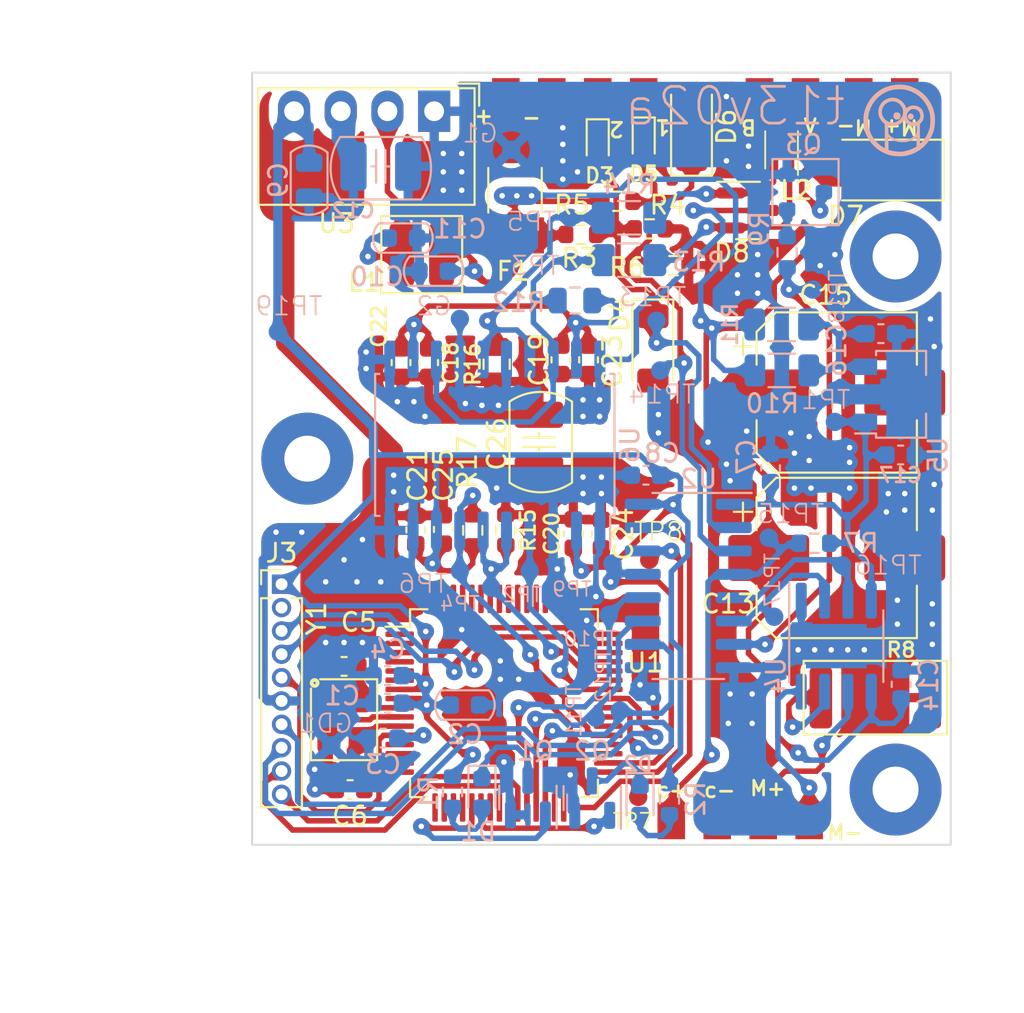
<source format=kicad_pcb>
(kicad_pcb (version 20221018) (generator pcbnew)
  (layers (0 "F.Cu" signal) (31 "B.Cu" signal) (34 "B.Paste" user) (35 "F.Paste" user) (36 "B.SilkS" user "B.Silkscreen") (37 "F.SilkS" user "F.Silkscreen") (38 "B.Mask" user) (39 "F.Mask" user) (44 "Edge.Cuts" user))
  (net 0 "")
  (net 1 "+3V3")
  (net 2 "GNDD")
  (net 3 "/NRST")
  (net 4 "GND")
  (net 5 "+24V")
  (net 6 "Net-(D1-K)")
  (net 7 "Net-(D1-A)")
  (net 8 "Net-(D2-K)")
  (net 9 "Net-(D2-A)")
  (net 10 "/magnit_signal")
  (net 11 "/gripper_signal")
  (net 12 "/SWDIO")
  (net 13 "/SWCLK")
  (net 14 "Net-(Q1-B)")
  (net 15 "Net-(Q2-B)")
  (net 16 "+3.3VA")
  (net 17 "/DE_USART_1")
  (net 18 "/RX_USART_1")
  (net 25 "/OSC_IN")
  (net 26 "/OSC_OUT")
  (net 33 "/Magnit-")
  (net 34 "/Contact+")
  (net 37 "/GPIO1")
  (net 38 "/GPIO2")
  (net 39 "/Motor+")
  (net 40 "/Motor-")
  (net 43 "/TX_USART_1")
  (net 45 "/UART_DE")
  (net 46 "/UART_TX")
  (net 47 "/UART_RX")
  (net 66 "/Uncatch")
  (net 67 "/Catch")
  (net 68 "/ON{slash}OFF magnet")
  (net 69 "/Catch_contr")
  (net 70 "/Uncatch_contr")
  (net 71 "/ON{slash}OFF magnet_contr")
  (net 72 "/magnit_signal_contr")
  (net 73 "/gripper_signal_contr")
  (net 74 "/Contakt_signal_contr")
  (net 75 "Net-(U3-IN+)")
  (net 76 "Net-(Q3-G)")
  (net 78 "Net-(U4-LSS)")
  (net 83 "Net-(U5-IN)")
  (net 84 "Net-(U6-Visoin)")
  (net 85 "GND2")
  (net 86 "Net-(D3-K)")
  (net 87 "Net-(D5-K)")
  (net 88 "Net-(J6-Pin_1)")
  (net 89 "/B")
  (net 90 "/A")
  (net 92 "Net-(U6-A)")
  (net 93 "Net-(U6-B)")
  (net 94 "Net-(D8-A1)")
  (net 95 "Net-(D8-A2)")
  (footprint "Capacitor_SMD:C_0603_1608Metric" (layer "F.Cu") (at 140.4 82.85 -90)
    (fp_text reference "C25")
    (fp_text value "0,1uF 100V 0603")
  )
  (footprint "PCM_4ms_Resistor:R_0805_2012Metric" (layer "F.Cu") (at 143.3 73.8625 90)
    (fp_text reference "R16")
    (fp_text value "0805-560 Ом±5%-0,125 Вт")
  )
  (footprint "Capacitor_SMD:C_0603_1608Metric" (layer "F.Cu") (at 135 90.3)
    (fp_text reference "C5")
    (fp_text value "20pF 50V 0603")
  )
  (footprint "Resistor_SMD:R_0603_1608Metric" (layer "F.Cu") (at 149.875 65 180)
    (fp_text reference "R5")
    (fp_text value "24k 0603")
  )
  (footprint "Inductor_SMD:L_CommonModeChoke_Coilcraft_0805USB" (layer "F.Cu") (at 158.799293 62.200707 180)
    (fp_text reference "L2")
    (fp_text value "DLW21SN900SQ2L")
  )
  (footprint "Fuse:Fuse_Littelfuse-NANO2-451_453" (layer "F.Cu") (at 144.3 64.4 90)
    (fp_text reference "F1")
    (fp_text value "045201.5MRL")
  )
  (footprint "Resistor_SMD:R_0603_1608Metric" (layer "F.Cu") (at 143.8 82.875 90)
    (fp_text reference "R15")
    (fp_text value "0603-10 кОм±5%-0,0625 Вт")
  )
  (footprint "MountingHole:MountingHole_2.5mm_Pad" (layer "F.Cu") (at 165 68)
    (fp_text reference "H1" hide)
    (fp_text value "MountingHole")
  )
  (footprint "Connector:PAD_1.5x2mm_2" (layer "F.Cu") (at 164.25 54.3)
    (fp_text reference "J4" hide)
    (fp_text value "Magnit")
  )
  (footprint "Diode_SMD:D_SOD-523" (layer "F.Cu") (at 151.3 61.7 -90)
    (fp_text reference "D5")
    (fp_text value "1PS79SB30")
  )
  (footprint "PCM_4ms_TestPoint:TestPoint_D1" (layer "F.Cu") (at 151 97.4)
    (fp_text reference "TP7")
    (fp_text value "TestPoint")
  )
  (footprint "Capacitor_SMD:C_0603_1608Metric" (layer "F.Cu") (at 148.3 73.625 90)
    (fp_text reference "C23")
    (fp_text value "10nF 50V 0603")
  )
  (footprint "Resistor_SMD:R_0603_1608Metric" (layer "F.Cu") (at 152.925 68.5)
    (fp_text reference "R6")
    (fp_text value "3.6k 0603")
  )
  (footprint "Package_TO_SOT_SMD:SOT-23" (layer "F.Cu") (at 156.9725 65.499)
    (fp_text reference "D8")
    (fp_text value "PSM712")
  )
  (footprint "Package_QFP:LQFP-64_10x10mm_P0.5mm" (layer "F.Cu") (at 143.7 92.3)
    (fp_text reference "U1")
    (fp_text value "STM32G070RBTx (LQFP-64)")
  )
  (footprint "Connector_PinHeader_1.27mm:PinHeader_1x10_P1.27mm_Vertical" (layer "F.Cu") (at 131.6 85.83)
    (fp_text reference "J3")
    (fp_text value "DS1031-01-1х10 (PLL - 1x10) (prog)")
  )
  (footprint "PCM_4ms_TestPoint:TestPoint_D1" (layer "F.Cu") (at 151.6 84.5)
    (fp_text reference "TP8")
    (fp_text value "TestPoint")
  )
  (footprint "PCM_Inductor_SMD_Handsoldering_AKL:L_Wuerth_MAPI-3020" (layer "F.Cu") (at 139.225 67.9 180)
    (fp_text reference "L1")
    (fp_text value "6,8uH 0,95A (SM3521-6R8MT)" hide)
  )
  (footprint "Resistor_SMD:R_0603_1608Metric" (layer "F.Cu") (at 151.625 66.5)
    (fp_text reference "R4")
    (fp_text value "3.6k 0603")
  )
  (footprint "Converter_DCDC:Converter_DCDC_Murata_MEE1SxxxxSC_THT" (layer "F.Cu") (at 139.9 60.1 -90)
    (fp_text reference "U3")
    (fp_text value "AM1SS-2403SJZ")
  )
  (footprint "Resistor_SMD:R_0603_1608Metric" (layer "F.Cu") (at 142 82.9 90)
    (fp_text reference "R17")
    (fp_text value "0603-10 кОм±5%-0,0625 Вт")
  )
  (footprint "Capacitor_SMD:C_0603_1608Metric" (layer "F.Cu") (at 146.795 73.625 90)
    (fp_text reference "C19")
    (fp_text value "0,1uF 100V 0603")
  )
  (footprint "MountingHole:MountingHole_2.5mm_Pad" (layer "F.Cu") (at 165 97)
    (fp_text reference "H3" hide)
    (fp_text value "MountingHole")
  )
  (footprint "PCM_Crystal_AKL:Crystal_SMD_3225-4Pin_3.2x2.5mm" (layer "F.Cu") (at 135 93.2 -90)
    (fp_text reference "Y1")
    (fp_text value "Crystal_3225 8MHz" hide)
  )
  (footprint "PCM_Resistor_SMD_AKL:R_2512_6332Metric" (layer "F.Cu") (at 163.9 92)
    (fp_text reference "R8")
    (fp_text value "0R51 2512" hide)
  )
  (footprint "Capacitor_SMD:C_0603_1608Metric" (layer "F.Cu") (at 139.6 73.775 -90)
    (fp_text reference "C18")
    (fp_text value "10uF 16V 0603")
  )
  (footprint "Resistor_SMD:R_0603_1608Metric" (layer "F.Cu") (at 147.9 66.8)
    (fp_text reference "R3")
    (fp_text value "24k 0603")
  )
  (footprint "Connector:PAD_1.5x2mm_4" (layer "F.Cu") (at 147.55 54.3)
    (fp_text reference "J6" hide)
    (fp_text value "IN_VCC_DO")
  )
  (footprint "Capacitor_SMD:C_0603_1608Metric" (layer "F.Cu") (at 135.325 97 180)
    (fp_text reference "C6")
    (fp_text value "20pF 50V 0603")
  )
  (footprint "MountingHole:MountingHole_2.5mm_Pad" (layer "F.Cu") (at 133 79)
    (fp_text reference "H2" hide)
    (fp_text value "MountingHole")
  )
  (footprint "Capacitor_SMD:C_0603_1608Metric" (layer "F.Cu") (at 138.9 82.875 -90)
    (fp_text reference "C21")
    (fp_text value "10uF 16V 0603")
  )
  (footprint "Capacitor_SMD:C_0603_1608Metric" (layer "F.Cu") (at 138.1 73.775 -90)
    (fp_text reference "C22")
    (fp_text value "0,1uF 100V 0603")
  )
  (footprint "Diode_SMD:D_MiniMELF" (layer "F.Cu") (at 153.9 60.95 90)
    (fp_text reference "D6")
    (fp_text value "BZV55B3V3")
  )
  (footprint "PCM_Capacitor_SMD_Handsoldering_AKL:C_1210_3225Metric_Pad1.42x2.65mm" (layer "F.Cu") (at 145.6 78.1 90)
    (fp_text reference "C26")
    (fp_text value "270 pf X7R 1206 2000v 202R18W271KW4E" hide)
  )
  (footprint "Capacitor_SMD:CP_Elec_8x10.5" (layer "F.Cu") (at 161.8 75.4)
    (fp_text reference "C15")
    (fp_text value "47uF 63V SMD")
  )
  (footprint "Connector:PAD_1.5x2mm_4" (layer "F.Cu") (at 156.55 93.7)
    (fp_text reference "J5" hide)
    (fp_text value "Control")
  )
  (footprint "Capacitor_SMD:CP_Elec_8x10.5" (layer "F.Cu") (at 161.8 84.4)
    (fp_text reference "C13")
    (fp_text value "100uF 50V (SMD 8х10)")
  )
  (footprint "Diode_SMD:D_SOD-523" (layer "F.Cu") (at 148.8 61.8 -90)
    (fp_text reference "D3")
    (fp_text value "1PS79SB30")
  )
  (footprint "Capacitor_SMD:C_0603_1608Metric" (layer "F.Cu") (at 149 83.1 90)
    (fp_text reference "C24")
    (fp_text value "10nF 50V 0603")
  )
  (footprint "Diode_SMD:D_SMA" (layer "F.Cu") (at 164.1 63.3 180)
    (fp_text reference "D7")
    (fp_text value "SS16")
  )
  (footprint "Capacitor_SMD:C_0603_1608Metric" (layer "F.Cu") (at 147.47 83.075 90)
    (fp_text reference "C20")
    (fp_text value "0,1uF 100V 0603")
  )
  (footprint "Connector:PAD_1.5x2mm_2" (layer "F.Cu") (at 158.849293 54.300707)
    (fp_text reference "J1" hide)
    (fp_text value "RS485")
  )
  (footprint "Diode_SMD:D_MiniMELF" (layer "F.Cu") (at 151.8 73 -90)
    (fp_text reference "D4")
    (fp_text value "BZV55B3V3")
  )
  (footprint "PCM_4ms_TestPoint:TestPoint_D1" (layer "B.Cu") (at 158.1 83.3 180)
    (fp_text reference "TP15")
    (fp_text value "TestPoint")
  )
  (footprint "PCM_Capacitor_SMD_AKL:C_0603_1608Metric" (layer "B.Cu") (at 138.2 67)
    (fp_text reference "C11")
    (fp_text value "4,7uF 50V 0603" hide)
  )
  (footprint "PCM_4ms_TestPoint:TestPoint_D1" (layer "B.Cu") (at 143 86 180)
    (fp_text reference "TP4")
    (fp_text value "TestPoint")
  )
  (footprint "Resistor_SMD:R_0603_1608Metric" (layer "B.Cu") (at 152.7 97.525 90)
    (fp_text reference "R2")
    (fp_text value "0603-150 Ом±5%-0,0625 Вт")
  )
  (footprint "PCM_4ms_TestPoint:TestPoint_D1" (layer "B.Cu") (at 149.6 84.7 180)
    (fp_text reference "TP9")
    (fp_text value "TestPoint")
  )
  (footprint "Capacitor_SMD:C_0603_1608Metric" (layer "B.Cu") (at 165.3 91.275 -90)
    (fp_text reference "C14")
    (fp_text value "0.22uF 50V 0603")
  )
  (footprint "Capacitor_SMD:C_0603_1608Metric" (layer "B.Cu") (at 137.375 90.8 180)
    (fp_text reference "C4")
    (fp_text value "0,1uF 100V 0603")
  )
  (footprint "Capacitor_SMD:C_0603_1608Metric" (layer "B.Cu") (at 137.375 92.3 180)
    (fp_text reference "C1")
    (fp_text value "0,1uF 100V 0603")
  )
  (footprint "PCM_4ms_TestPoint:TestPoint_D1" (layer "B.Cu") (at 145.1 85.1 180)
    (fp_text reference "TP2")
    (fp_text value "TestPoint")
  )
  (footprint "PCM_4ms_TestPoint:TestPoint_D1" (layer "B.Cu") (at 134.3 94.6 180)
    (fp_text reference "GD1")
    (fp_text value "TestPoint")
  )
  (footprint "Resistor_SMD:R_0603_1608Metric" (layer "B.Cu") (at 160.575 83.6 180)
    (fp_text reference "R7")
    (fp_text value "0603 10 кОм")
  )
  (footprint "PCM_4ms_TestPoint:TestPoint_D1" (layer "B.Cu") (at 148.7 93.1 180)
    (fp_text reference "TP11")
    (fp_text value "TestPoint")
  )
  (footprint "PCM_4ms_TestPoint:TestPoint_D1" (layer "B.Cu") (at 131.4 72.1 180)
    (fp_text reference "TP19")
    (fp_text value "TestPoint")
  )
  (footprint "PCM_4ms_TestPoint:TestPoint_D1" (layer "B.Cu") (at 152 71.5 180)
    (fp_text reference "TP13")
    (fp_text value "TestPoint")
  )
  (footprint "Package_SO:SOIC-16_3.9x9.9mm_P1.27mm" (layer "B.Cu") (at 153.725 85.925 180)
    (fp_text reference "U2")
    (fp_text value "π163M3x")
  )
  (footprint "PCM_Capacitor_SMD_AKL:C_0805_2012Metric" (layer "B.Cu") (at 133.1 63.85 -90)
    (fp_text reference "C9")
    (fp_text value "10uF 50V 0805" hide)
  )
  (footprint "PCM_4ms_TestPoint:TestPoint_D1" (layer "B.Cu") (at 150 92.7 180)
    (fp_text reference "TP12")
    (fp_text value "TestPoint")
  )
  (footprint "Capacitor_SMD:C_0603_1608Metric" (layer "B.Cu") (at 151.425 79.9)
    (fp_text reference "C8")
    (fp_text value "0,1uF 100V 0603")
  )
  (footprint "PCM_4ms_TestPoint:TestPoint_D1" (layer "B.Cu") (at 141.3 71.4 180)
    (fp_text reference "G2")
    (fp_text value "TestPoint")
  )
  (footprint "Package_TO_SOT_SMD:SOT-23" (layer "B.Cu") (at 148.5 97.4625 90)
    (fp_text reference "Q2")
    (fp_text value "DTC114ECA (SOT-23)")
  )
  (footprint "LED_SMD:LED_0603_1608Metric" (layer "B.Cu") (at 142.5 97.1875 -90)
    (fp_text reference "D1")
    (fp_text value "TO-1608BC-BF")
  )
  (footprint "PCM_4ms_TestPoint:TestPoint_D1" (layer "B.Cu") (at 158.4 87.6 180)
    (fp_text reference "TP17")
    (fp_text value "TestPoint")
  )
  (footprint "Capacitor_SMD:C_0603_1608Metric" (layer "B.Cu") (at 165.275 78.8)
    (fp_text reference "C17")
    (fp_text value "0,1uF 100V 0603")
  )
  (footprint "PCM_4ms_TestPoint:TestPoint_D1" (layer "B.Cu") (at 144.1 62.2 180)
    (fp_text reference "G1")
    (fp_text value "TestPoint")
  )
  (footprint "Resistor_SMD:R_1206_3216Metric" (layer "B.Cu") (at 158.8125 74.2 180)
    (fp_text reference "R10")
    (fp_text value "1206-620 Ом±5%-0,25 Вт")
  )
  (footprint "PCM_4ms_Resistor:R_1206_3216Metric" (layer "B.Cu") (at 150.5 68.2)
    (fp_text reference "R13")
    (fp_text value "1206-100 Ом±5%-0,25 Вт")
  )
  (footprint "PCM_4ms_Resistor:R_0805_2012Metric" (layer "B.Cu") (at 147.5625 70.4 180)
    (fp_text reference "R12")
    (fp_text value "0805-560 Ом±5%-0,125 Вт")
  )
  (footprint "Symbol:PB_LOGO" (layer "B.Cu") (at 165.343287 60.376321 180)
    (fp_text reference "G***" hide)
    (fp_text value "LOGO" hide)
  )
  (footprint "Resistor_SMD:R_1206_3216Metric" (layer "B.Cu") (at 158.8 71.7 180)
    (fp_text reference "R11")
    (fp_text value "1206 opt")
  )
  (footprint "Resistor_SMD:R_0603_1608Metric" (layer "B.Cu") (at 140.9 97.125 90)
    (fp_text reference "R1")
    (fp_text value "0603-150 Ом±5%-0,0625 Вт")
  )
  (footprint "PCM_4ms_Resistor:R_1206_3216Metric" (layer "B.Cu") (at 150.5 65.9 180)
    (fp_text reference "R14")
    (fp_text value "1206-100 Ом±5%-0,25 Вт")
  )
  (footprint "LED_SMD:LED_0603_1608Metric" (layer "B.Cu") (at 151.1 97.5875 -90)
    (fp_text reference "D2")
    (fp_text value "TO-1608BC-BF")
  )
  (footprint "Capacitor_SMD:C_0603_1608Metric_Pad1.08x0.95mm_HandSolder" (layer "B.Cu") (at 164.201 72.2)
    (fp_text reference "C16")
    (fp_text value "0,33uF 50V 0603")
  )
  (footprint "PCM_4ms_TestPoint:TestPoint_D1" (layer "B.Cu") (at 147.3 65.9 180)
    (fp_text reference "TP5")
    (fp_text value "TestPoint")
  )
  (footprint "PCM_Capacitor_SMD_AKL:C_0603_1608Metric" (layer "B.Cu") (at 139.875 68.8 180)
    (fp_text reference "C10")
    (fp_text value "4,7uF 50V 0603" hide)
  )
  (footprint "PCM_4ms_TestPoint:TestPoint_D1" (layer "B.Cu") (at 160.5 69.8 180)
    (fp_text reference "TP18")
    (fp_text value "TestPoint")
  )
  (footprint "PCM_4ms_TestPoint:TestPoint_D1" (layer "B.Cu") (at 147.325 68.3 180)
    (fp_text reference "TP3")
    (fp_text value "TestPoint")
  )
  (footprint "PCM_4ms_TestPoint:TestPoint_D1" (layer "B.Cu") (at 141.3 85.1 180)
    (fp_text reference "TP6")
    (fp_text value "TestPoint")
  )
  (footprint "PCM_4ms_TestPoint:TestPoint_D1" (layer "B.Cu") (at 162.1 84.8 180)
    (fp_text reference "TP16")
    (fp_text value "TestPoint")
  )
  (footprint "Package_SO:SOIC-20W_7.5x12.8mm_P1.27mm" (layer "B.Cu") (at 143.2 78.25 90)
    (fp_text reference "U6")
    (fp_text value "ADM2587E (SOIC-20)")
  )
  (footprint "PCM_Capacitor_SMD_AKL:C_0603_1608Metric" (layer "B.Cu") (at 141.575 92.4)
    (fp_text reference "C2")
    (fp_text value "4,7uF 50V 0603" hide)
  )
  (footprint "PCM_4ms_TestPoint:TestPoint_D1" (layer "B.Cu") (at 161.7 77 180)
    (fp_text reference "TP1")
    (fp_text value "TestPoint")
  )
  (footprint "Package_TO_SOT_SMD:SOT-23" (layer "B.Cu") (at 145 97.4375 90)
    (fp_text reference "Q1")
    (fp_text value "DTC114ECA (SOT-23)")
  )
  (footprint "PCM_Capacitor_SMD_Handsoldering_AKL:C_1210_3225Metric_Pad1.42x2.65mm" (layer "B.Cu") (at 137 63.1 180)
    (fp_text reference "C12")
    (fp_text value "270 pf X7R 1206 2000v 202R18W271KW4E" hide)
  )
  (footprint "Capacitor_SMD:C_0603_1608Metric" (layer "B.Cu") (at 158.2 79.5 -90)
    (fp_text reference "C7")
    (fp_text value "0,1uF 100V 0603")
  )
  (footprint "PCM_4ms_TestPoint:TestPoint_D1" (layer "B.Cu") (at 149.4 87.5 180)
    (fp_text reference "TP10")
    (fp_text value "TestPoint")
  )
  (footprint "PCM_4ms_TestPoint:TestPoint_D1" (layer "B.Cu") (at 152.2 74.2 180)
    (fp_text reference "TP14")
    (fp_text value "TestPoint")
  )
  (footprint "Package_SO:SOIC-8-1EP_3.9x4.9mm_P1.27mm_EP2.41x3.3mm" (layer "B.Cu") (at 161.775 89.2 -90)
    (fp_text reference "U4")
    (fp_text value "A4950E")
  )
  (footprint "PCM_Package_TO_SOT_SMD_AKL:SOT-23" (layer "B.Cu") (at 160.1 64.5)
    (fp_text reference "Q3")
    (fp_text value "FDN5630" hide)
  )
  (footprint "Resistor_SMD:R_0603_1608Metric" (layer "B.Cu") (at 159.1 67.775 90)
    (fp_text reference "R9")
    (fp_text value "101 0603")
  )
  (footprint "Package_TO_SOT_SMD:SOT-89-3" (layer "B.Cu") (at 165.3 75.5)
    (fp_text reference "U5")
    (fp_text value "L78L33_SOT89")
  )
  (footprint "Capacitor_SMD:C_0603_1608Metric" (layer "B.Cu") (at 137.125 94.2)
    (fp_text reference "C3")
    (fp_text value "0,1uF 100V 0603")
  )
  (gr_line (start 168 100) (end 130 100) (stroke (width 0.1)) (layer "Edge.Cuts"))
  (gr_line (start 130 100) (end 130 58) (stroke (width 0.1)) (layer "Edge.Cuts"))
  (gr_line (start 130 58) (end 168 58) (stroke (width 0.1)) (layer "Edge.Cuts"))
  (gr_line (start 168 58) (end 168 100) (stroke (width 0.1)) (layer "Edge.Cuts"))
  (gr_text "t13v02a" (at 162.4 61) (layer "B.SilkS") (effects (font (size 2 2)) (justify left bottom mirror)))
  (gr_text "A" (at 160.8 60.4 180) (layer "F.SilkS") (effects (font (size 0.8 0.8)) (justify left bottom)))
  (gr_text "M+" (at 166.3 60.5 180) (layer "F.SilkS") (effects (font (size 0.8 0.8)) (justify left bottom)))
  (gr_text "B" (at 157.5 60.5 180) (layer "F.SilkS") (effects (font (size 0.8 0.8)) (justify left bottom)))
  (gr_text "2" (at 150.3 60.6 180) (layer "F.SilkS") (effects (font (size 0.8 0.8)) (justify left bottom)))
  (gr_text "+" (at 142 60.8) (layer "F.SilkS") (effects (font (size 0.8 0.8)) (justify left bottom)))
  (gr_text "-" (at 144.6 60.9) (layer "F.SilkS") (effects (font (size 0.8 0.8)) (justify left bottom)))
  (gr_text "M+" (at 157 97.4) (layer "F.SilkS") (effects (font (size 0.8 0.8)) (justify left bottom)))
  (gr_text "M-" (at 163.8 60.5 180) (layer "F.SilkS") (effects (font (size 0.8 0.8)) (justify left bottom)))
  (gr_text "c+" (at 151.9 97.5) (layer "F.SilkS") (effects (font (size 0.8 0.8)) (justify left bottom)))
  (gr_text "M-" (at 161.2 99.8) (layer "F.SilkS") (effects (font (size 0.8 0.8)) (justify left bottom)))
  (gr_text "1" (at 152.8 60.5 180) (layer "F.SilkS") (effects (font (size 0.8 0.8)) (justify left bottom)))
  (gr_text "c-" (at 154.5 97.5) (layer "F.SilkS") (effects (font (size 0.8 0.8)) (justify left bottom)))
  (segment (start 139.43781 91.255061) (end 139.142871 91.55) (width 0.3) (layer "F.Cu") (net 1))
  (segment (start 139.8 84.7) (end 139.8 84.6) (width 0.3) (layer "F.Cu") (net 1))
  (segment (start 139.5 92.4) (end 139.15 92.05) (width 0.3) (layer "F.Cu") (net 1))
  (segment (start 139.8 84.7) (end 139.4 84.7) (width 0.3) (layer "F.Cu") (net 1))
  (segment (start 141.6 85.1) (end 142 84.7) (width 0.3) (layer "F.Cu") (net 1))
  (segment (start 139.43781 88.407432) (end 139.43781 91.255061) (width 0.3) (layer "F.Cu") (net 1))
  (segment (start 139.5 93.098498) (end 139.5 92.4) (width 0.3) (layer "F.Cu") (net 1))
  (segment (start 149.3 84.9) (end 149 84.6) (width 0.3) (layer "F.Cu") (net 1))
  (segment (start 142 95.0995) (end 141.501002 95.0995) (width 0.3) (layer "F.Cu") (net 1))
  (segment (start 139.445901 88.399341) (end 139.43781 88.407432) (width 0.3) (layer "F.Cu") (net 1))
  (segment (start 139.8 84.6) (end 140.4 84) (width 0.3) (layer "F.Cu") (net 1))
  (segment (start 148.1 84.9) (end 148.8 84.9) (width 0.3) (layer "F.Cu") (net 1))
  (segment (start 139.8 84.7) (end 140.2 85.1) (width 0.3) (layer "F.Cu") (net 1))
  (segment (start 152.9 81.5) (end 149.5 84.9) (width 0.3) (layer "F.Cu") (net 1))
  (segment (start 139.15 92.05) (end 138.025 92.05) (width 0.3) (layer "F.Cu") (net 1))
  (segment (start 148.8 84.9) (end 149 84.7) (width 0.3) (layer "F.Cu") (net 1))
  (segment (start 141.501002 95.0995) (end 139.5 93.098498) (width 0.3) (layer "F.Cu") (net 1))
  (segment (start 140.4 84) (end 140.4 83.625) (width 0.3) (layer "F.Cu") (net 1))
  (segment (start 142 84.7) (end 142 83.75) (width 0.3) (layer "F.Cu") (net 1))
  (segment (start 140.2 85.1) (end 141.6 85.1) (width 0.3) (layer "F.Cu") (net 1))
  (segment (start 147.9 85.1) (end 147.9 84.9) (width 0.3) (layer "F.Cu") (net 1))
  (segment (start 149.5 84.9) (end 149.3 84.9) (width 0.3) (layer "F.Cu") (net 1))
  (segment (start 147.47 84.47) (end 147.47 83.85) (width 0.3) (layer "F.Cu") (net 1))
  (segment (start 139.4 84.7) (end 138.9 84.2) (width 0.3) (layer "F.Cu") (net 1))
  (segment (start 147.9 84.9) (end 147.47 84.47) (width 0.3) (layer "F.Cu") (net 1))
  (segment (start 149 84.7) (end 149 83.875) (width 0.3) (layer "F.Cu") (net 1))
  (segment (start 149.3 84.9) (end 148.8 84.9) (width 0.3) (layer "F.Cu") (net 1))
  (segment (start 147.9 85.1) (end 148.1 84.9) (width 0.3) (layer "F.Cu") (net 1))
  (segment (start 139.142871 91.55) (end 138.025 91.55) (width 0.3) (layer "F.Cu") (net 1))
  (segment (start 138.9 84.2) (end 138.9 83.65) (width 0.3) (layer "F.Cu") (net 1))
  (via (at 139.5 92.4) (size 0.9) (drill 0.3) (layers "F.Cu" "B.Cu") (net 1))
  (via (at 139.8 84.7) (size 0.9) (drill 0.3) (layers "F.Cu" "B.Cu") (net 1))
  (via (at 147.9 85.1) (size 0.9) (drill 0.3) (layers "F.Cu" "B.Cu") (net 1))
  (via (at 152.9 81.5) (size 0.9) (drill 0.3) (layers "F.Cu" "B.Cu") (net 1))
  (via (at 139.445901 88.399341) (size 0.9) (drill 0.3) (layers "F.Cu" "B.Cu") (net 1))
  (via (at 142 95.0995) (size 0.9) (drill 0.3) (layers "F.Cu" "B.Cu") (net 1))
  (via (at 139.43781 91.255061) (size 0.9) (drill 0.3) (layers "F.Cu" "B.Cu") (net 1))
  (segment (start 139.5 78.8) (end 139.7 78.8) (width 0.3) (layer "B.Cu") (net 1))
  (segment (start 138.25 92.4) (end 138.15 92.3) (width 0.3) (layer "B.Cu") (net 1))
  (segment (start 152.8 88.892894) (end 153.3 89.392894) (width 0.3) (layer "B.Cu") (net 1))
  (segment (start 151.25 81.48) (end 152.711371 81.48) (width 0.3) (layer "B.Cu") (net 1))
  (segment (start 139.7 78.8) (end 140.025 79.125) (width 0.3) (layer "B.Cu") (net 1))
  (segment (start 139.43781 92.33781) (end 139.5 92.4) (width 0.3) (layer "B.Cu") (net 1))
  (segment (start 140.3 78.8) (end 139.5 78.8) (width 0.3) (layer "B.Cu") (net 1))
  (segment (start 136.6 81) (end 136.6 78.8) (width 0.3) (layer "B.Cu") (net 1))
  (segment (start 151.1 78.8) (end 140.3 78.8) (width 0.3) (layer "B.Cu") (net 1))
  (segment (start 152.9 81.5) (end 152.8 81.5) (width 0.3) (layer "B.Cu") (net 1))
  (segment (start 153.3 80.1) (end 153.3 81) (width 0.3) (layer "B.Cu") (net 1))
  (segment (start 152.7 95.6) (end 152.7 96.7) (width 0.3) (layer "B.Cu") (net 1))
  (segment (start 138.15 90.8) (end 138.982749 90.8) (width 0.3) (layer "B.Cu") (net 1))
  (segment (start 140.025 79.075) (end 140.3 78.8) (width 0.3) (layer "B.Cu") (net 1))
  (segment (start 152.9 81.4) (end 152.9 81.5) (width 0.3) (layer "B.Cu") (net 1))
  (segment (start 131.4 72.1) (end 136.6 77.3) (width 0.5) (layer "B.Cu") (net 1))
  (segment (start 132.28 60.1) (end 131.4 60.98) (width 0.5) (layer "B.Cu") (net 1))
  (segment (start 153.3 81) (end 153 81.3) (width 0.3) (layer "B.Cu") (net 1))
  (segment (start 136.6 78.8) (end 139.5 78.8) (width 0.3) (layer "B.Cu") (net 1))
  (segment (start 132.28 60.1) (end 133.1 60.92) (width 0.5) (layer "B.Cu") (net 1))
  (segment (start 133.1 60.92) (end 133.1 62.9) (width 0.5) (layer "B.Cu") (net 1))
  (segment (start 153.7 84.251371) (end 152.8 85.151371) (width 0.3) (layer "B.Cu") (net 1))
  (segment (start 152.8 81.5) (end 152.815685 81.484315) (width 0.3) (layer "B.Cu") (net 1))
  (segment (start 147.9 85.1) (end 147.645 84.845) (width 0.3) (layer "B.Cu") (net 1))
  (segment (start 153 81.3) (end 152.9 81.4) (width 0.3) (layer "B.Cu") (net 1))
  (segment (start 140.9 96.1995) (end 142 95.0995) (width 0.3) (layer "B.Cu") (net 1))
  (segment (start 152.711371 81.48) (end 152.715685 81.484315) (width 0.3) (layer "B.Cu") (net 1))
  (segment (start 153.1 79.9) (end 153.3 80.1) (width 0.3) (layer "B.Cu") (net 1))
  (segment (start 153 81.3) (end 153.065685 81.365685) (width 0.3) (layer "B.Cu") (net 1))
  (segment (start 152.8 85.151371) (end 152.8 88.892894) (width 0.3) (layer "B.Cu") (net 1))
  (segment (start 140.025 79.125) (end 140.025 82.9) (width 0.3) (layer "B.Cu") (net 1))
  (segment (start 138.982749 90.8) (end 139.43781 91.255061) (width 0.3) (layer "B.Cu") (net 1))
  (segment (start 153.065685 81.834315) (end 153.7 82.468629) (width 0.3) (layer "B.Cu") (net 1))
  (segment (start 131.77 85.83) (end 136.6 81) (width 0.3) (layer "B.Cu") (net 1))
  (segment (start 131.93 85.83) (end 133.1 87) (width 0.3) (layer "B.Cu") (net 1))
  (segment (start 139.43781 91.255061) (end 139.43781 92.33781) (width 0.3) (layer "B.Cu") (net 1))
  (segment (start 139.5 92.4) (end 138.25 92.4) (width 0.3) (layer "B.Cu") (net 1))
  (segment (start 139.5 92.4) (end 140.8 92.4) (width 0.3) (layer "B.Cu") (net 1))
  (segment (start 131.4 60.98) (end 131.4 72.1) (width 0.5) (layer "B.Cu") (net 1))
  (segment (start 139.8 84.7) (end 140.025 84.475) (width 0.3) (layer "B.Cu") (net 1))
  (segment (start 136.6 77.3) (end 136.6 78.8) (width 0.5) (layer "B.Cu") (net 1))
  (segment (start 153.065685 81.365685) (end 153.065685 81.834315) (width 0.3) (layer "B.Cu") (net 1))
  (segment (start 131.6 85.83) (end 131.77 85.83) (width 0.3) (layer "B.Cu") (net 1))
  (segment (start 153.3 95) (end 152.7 95.6) (width 0.3) (layer "B.Cu") (net 1))
  (segment (start 153.7 82.468629) (end 153.7 84.251371) (width 0.3) (layer "B.Cu") (net 1))
  (segment (start 152.2 79.9) (end 153.1 79.9) (width 0.3) (layer "B.Cu") (net 1))
  (segment (start 140.9 96.3) (end 140.9 96.1995) (width 0.3) (layer "B.Cu") (net 1))
  (segment (start 131.6 85.83) (end 131.93 85.83) (width 0.3) (layer "B.Cu") (net 1))
  (segment (start 140.025 79.125) (end 140.025 79.075) (width 0.3) (layer "B.Cu") (net 1))
  (segment (start 153.3 89.392894) (end 153.3 95) (width 0.3) (layer "B.Cu") (net 1))
  (segment (start 140.025 84.475) (end 140.025 82.9) (width 0.3) (layer "B.Cu") (net 1))
  (segment (start 152.2 79.9) (end 151.1 78.8) (width 0.3) (layer "B.Cu") (net 1))
  (segment (start 152.715685 81.484315) (end 153.065685 81.834315) (width 0.3) (layer "B.Cu") (net 1))
  (segment (start 147.645 84.845) (end 147.645 82.9) (width 0.3) (layer "B.Cu") (net 1))
  (segment (start 138.04656 87) (end 139.445901 88.399341) (width 0.3) (layer "B.Cu") (net 1))
  (segment (start 152.815685 81.484315) (end 152.715685 81.484315) (width 0.3) (layer "B.Cu") (net 1))
  (segment (start 133.1 87) (end 138.04656 87) (width 0.3) (layer "B.Cu") (net 1))
  (segment (start 133.415332 95.915332) (end 133.415332 96.984668) (width 0.3) (layer "F.Cu") (net 2))
  (segment (start 135.775 89.225) (end 136 89) (width 0.3) (layer "F.Cu") (net 2))
  (segment (start 131.8 65.2) (end 131.8 72.7) (width 1) (layer "F.Cu") (net 2))
  (segment (start 135.85 90.375) (end 135.775 90.3) (width 0.3) (layer "F.Cu") (net 2))
  (segment (start 143.5 91) (end 144.5 91) (width 0.3) (layer "F.Cu") (net 2))
  (segment (start 137.7 78.6) (end 137.7 79.9) (width 1) (layer "F.Cu") (net 2))
  (segment (start 140.4 82.075) (end 138.925 82.075) (width 0.3) (layer "F.Cu") (net 2))
  (segment (start 138.025 92.55) (end 136.3 92.55) (width 0.3) (layer "F.Cu") (net 2))
  (segment (start 147.3 93.484564) (end 147.3 96.2) (width 0.3) (layer "F.Cu") (net 2))
  (segment (start 133.4 95.9) (end 133.415332 95.915332) (width 0.3) (layer "F.Cu") (net 2))
  (segment (start 146.3 92.2) (end 146.3 92.484564) (width 0.3) (layer "F.Cu") (net 2))
  (segment (start 135.775 90.3) (end 135.775 89.225) (width 0.3) (layer "F.Cu") (net 2))
  (segment (start 146.3 92.484564) (end 147.3 93.484564) (width 0.3) (layer "F.Cu") (net 2))
  (segment (start 134.15 94.3) (end 134.15 95.15) (width 0.3) (layer "F.Cu") (net 2))
  (segment (start 133.4 96.969336) (end 133.430664 97) (width 0.3) (layer "F.Cu") (net 2))
  (segment (start 138.9 82.1) (end 137.5 82.1) (width 0.3) (layer "F.Cu") (net 2))
  (segment (start 135.85 92.1) (end 135.85 90.375) (width 0.3) (layer "F.Cu") (net 2))
  (segment (start 134.15 95.15) (end 133.4 95.9) (width 0.3) (layer "F.Cu") (net 2))
  (segment (start 144.5 91) (end 145.1 91) (width 0.3) (layer "F.Cu") (net 2))
  (segment (start 145.1 91) (end 146.3 92.2) (width 0.3) (layer "F.Cu") (net 2))
  (segment (start 143.5 95.3005) (end 143.5 91) (width 0.3) (layer "F.Cu") (net 2))
  (segment (start 136.3 92.55) (end 135.85 92.1) (width 0.3) (layer "F.Cu") (net 2))
  (segment (start 143.7 95.5005) (end 143.5 95.3005) (width 0.3) (layer "F.Cu") (net 2))
  (segment (start 138.925 82.075) (end 138.9 82.1) (width 0.3) (layer "F.Cu") (net 2))
  (segment (start 137.5 82.1) (end 137.5 81) (width 0.3) (layer "F.Cu") (net 2))
  (segment (start 133.430664 97) (end 134.55 97) (width 0.3) (layer "F.Cu") (net 2))
  (segment (start 143.8 81.1) (end 143.3 80.6) (width 0.3) (layer "F.Cu") (net 2))
  (segment (start 131.8 72.7) (end 137.7 78.6) (width 1) (layer "F.Cu") (net 2))
  (segment (start 143.8 82.05) (end 143.8 81.1) (width 0.3) (layer "F.Cu") (net 2))
  (segment (start 137.5 81) (end 137.7 80.8) (width 0.3) (layer "F.Cu") (net 2))
  (via (at 151.8 92) (size 0.9) (drill 0.3) (layers "F.Cu" "B.Cu") (net 2))
  (via (at 134 85.7) (size 0.9) (drill 0.3) (layers "F.Cu" "B.Cu") (net 2))
  (via (at 133.4 95.9) (size 0.9) (drill 0.3) (layers "F.Cu" "B.Cu") (net 2))
  (via (at 143.7 95.5005) (size 0.9) (drill 0.3) (layers "F.Cu" "B.Cu") (net 2))
  (via (at 151.1 91.3) (size 0.9) (drill 0.3) (layers "F.Cu" "B.Cu") (net 2))
  (via (at 137.7 80.8) (size 0.9) (drill 0.3) (layers "F.Cu" "B.Cu") (net 2))
  (via (at 132.7 83) (size 0.9) (drill 0.3) (layers "F.Cu" "B.Cu") (net 2))
  (via (at 146.6 85) (size 0.9) (drill 0.3) (layers "F.Cu" "B.Cu") (net 2))
  (via (at 144.5 91) (size 0.9) (drill 0.3) (layers "F.Cu" "B.Cu") (net 2))
  (via (at 137 85.7) (size 0.9) (drill 0.3) (layers "F.Cu" "B.Cu") (net 2))
  (via (at 148.7 86.5) (size 0.9) (drill 0.3) (layers "F.Cu" "B.Cu") (net 2))
  (via (at 137.7 79.9) (size 0.9) (drill 0.3) (layers "F.Cu" "B.Cu") (net 2))
  (via (at 136 83.4) (size 0.9) (drill 0.3) (layers "F.Cu" "B.Cu") (net 2))
  (via (at 131.3 83) (size 0.9) (drill 0.3) (layers "F.Cu" "B.Cu") (net 2))
  (via (at 143.3 80.6) (size 0.9) (drill 0.3) (layers "F.Cu" "B.Cu") (net 2))
  (via (at 148.2 87.8) (size 0.9) (drill 0.3) (layers "F.Cu" "B.Cu") (net 2))
  (via (at 149 80.9) (size 0.9) (drill 0.3) (layers "F.Cu" "B.Cu") (net 2))
  (via (at 143.5 91) (size 0.9) (drill 0.3) (layers "F.Cu" "B.Cu") (net 2))
  (via (at 135 84.5) (size 0.9) (drill 0.3) (layers "F.Cu" "B.Cu") (net 2))
  (via (at 149 80) (size 0.9) (drill 0.3) (layers "F.Cu" "B.Cu") (net 2))
  (via (at 135.7 85.7) (size 0.9) (drill 0.3) (layers "F.Cu" "B.Cu") (net 2))
  (via (at 148 80.9) (size 0.9) (drill 0.3) (layers "F.Cu" "B.Cu") (net 2))
  (via (at 147.3 96.2) (size 0.9) (drill 0.3) (layers "F.Cu" "B.Cu") (net 2))
  (via (at 148 80) (size 0.9) (drill 0.3) (layers "F.Cu" "B.Cu") (net 2))
  (via (at 134 89) (size 0.9) (drill 0.3) (layers "F.Cu" "B.Cu") (net 2))
  (via (at 133.415332 96.984668) (size 0.9) (drill 0.3) (layers "F.Cu" "B.Cu") (net 2))
  (via (at 136 89) (size 0.9) (drill 0.3) (layers "F.Cu" "B.Cu") (net 2))
  (via (at 141.4 88.3) (size 0.9) (drill 0.3) (layers "F.Cu" "B.Cu") (net 2))
  (via (at 135 89) (size 0.9) (drill 0.3) (layers "F.Cu" "B.Cu") (net 2))
  (via (at 143.5 90) (size 0.9) (drill 0.3) (layers "F.Cu" "B.Cu") (net 2))
  (segment (start 142.45 92.5) (end 142.35 92.4) (width 0.3) (layer "B.Cu") (net 2))
  (segment (start 144.05 98.375) (end 144.05 95.8505) (width 0.3) (layer "B.Cu") (net 2))
  (segment (start 131.6 92.18) (end 130.857538 92.18) (width 0.5) (layer "B.Cu") (net 2))
  (segment (start 148.915 82.9) (end 148.915 80.985) (width 0.3) (layer "B.Cu") (net 2))
  (segment (start 130.6 91.922462) (end 130.6 84.5) (width 0.5) (layer "B.Cu") (net 2))
  (segment (start 143.4 91.1) (end 143.5 91) (width 0.3) (layer "B.Cu") (net 2))
  (segment (start 149.1 79.9) (end 149 80) (width 0.3) (layer "B.Cu") (net 2))
  (segment (start 130.6 84.5) (end 131.1 84) (width 0.5) (layer "B.Cu") (net 2))
  (segment (start 136.35 94.2) (end 136.35 95.95) (width 0.25) (layer "B.Cu") (net 2))
  (segment (start 148.7 86.5) (end 148.7 84.35) (width 0.3) (layer "B.Cu") (net 2))
  (segment (start 150.65 79.9) (end 149.1 79.9) (width 0.3) (layer "B.Cu") (net 2))
  (segment (start 147.3 96.2) (end 147.3 98.15) (width 0.3) (layer "B.Cu") (net 2))
  (segment (start 144.05 95.8505) (end 143.7 95.5005) (width 0.3) (layer "B.Cu") (net 2))
  (segment (start 151.25 91.15) (end 151.1 91.3) (width 0.3) (layer "B.Cu") (net 2))
  (segment (start 135.725 62.425) (end 135.725 63.1) (width 1) (layer "B.Cu") (net 2))
  (segment (start 148.915 80.985) (end 149 80.9) (width 0.3) (layer "B.Cu") (net 2))
  (segment (start 130.857538 92.18) (end 130.6 91.922462) (width 0.5) (layer "B.Cu") (net 2))
  (segment (start 135.5 94.2) (end 135.1 93.8) (width 0.25) (layer "B.Cu") (net 2))
  (segment (start 143.4 92.4) (end 143.4 91.1) (width 0.3) (layer "B.Cu") (net 2))
  (segment (start 148.915 84.135) (end 148.915 82.9) (width 0.3) (layer "B.Cu") (net 2))
  (segment (start 134.82 60.1) (end 134.82 61.52) (width 1) (layer "B.Cu") (net 2))
  (segment (start 147.3 98.15) (end 147.55 98.4) (width 0.3) (layer "B.Cu") (net 2))
  (segment (start 142.35 92.4) (end 143.4 92.4) (width 0.3) (layer "B.Cu") (net 2))
  (segment (start 148.7 84.35) (end 148.915 84.135) (width 0.3) (layer "B.Cu") (net 2))
  (segment (start 136.35 94.2) (end 135.5 94.2) (width 0.25) (layer "B.Cu") (net 2))
  (segment (start 135.1 93.8) (end 134.3 94.6) (width 0.25) (layer "B.Cu") (net 2))
  (segment (start 151.25 90.37) (end 151.25 91.15) (width 0.3) (layer "B.Cu") (net 2))
  (segment (start 134.82 61.52) (end 135.725 62.425) (width 1) (layer "B.Cu") (net 2))
  (segment (start 136.2 98.2) (end 133.5 98.2) (width 0.3) (layer "F.Cu") (net 3))
  (segment (start 133.5 98.2) (end 132.6 97.3) (width 0.3) (layer "F.Cu") (net 3))
  (segment (start 139.310783 94.05) (end 139.315457 94.045326) (width 0.3) (layer "F.Cu") (net 3))
  (segment (start 131.91 90.91) (end 131.6 90.91) (width 0.3) (layer "F.Cu") (net 3))
  (segment (start 132.6 97.3) (end 132.6 91.6) (width 0.3) (layer "F.Cu") (net 3))
  (segment (start 137.14688 94.05) (end 136.9 94.29688) (width 0.3) (layer "F.Cu") (net 3))
  (segment (start 138.025 94.05) (end 139.310783 94.05) (width 0.3) (layer "F.Cu") (net 3))
  (segment (start 132.6 91.6) (end 131.91 90.91) (width 0.3) (layer "F.Cu") (net 3))
  (segment (start 136.9 97.5) (end 136.2 98.2) (width 0.3) (layer "F.Cu") (net 3))
  (segment (start 136.9 94.29688) (end 136.9 97.5) (width 0.3) (layer "F.Cu") (net 3))
  (segment (start 138.025 94.05) (end 137.14688 94.05) (width 0.3) (layer "F.Cu") (net 3))
  (via (at 139.315457 94.045326) (size 0.9) (drill 0.3) (layers "F.Cu" "B.Cu") (net 3))
  (segment (start 139.160783 94.2) (end 139.315457 94.045326) (width 0.3) (layer "B.Cu") (net 3))
  (segment (start 137.9 94.2) (end 139.160783 94.2) (width 0.3) (layer "B.Cu") (net 3))
  (segment (start 151.8 76.3) (end 152.1 76.6) (width 0.3) (layer "F.Cu") (net 4))
  (segment (start 155 67.9) (end 157.5 67.9) (width 0.3) (layer "F.Cu") (net 4))
  (segment (start 146.3 59.3) (end 146.3 60.4) (width 1) (layer "F.Cu") (net 4))
  (segment (start 146.9 61) (end 146.9 61.9) (width 1) (layer "F.Cu") (net 4))
  (segment (start 154.4 67.3) (end 155 67.9) (width 0.3) (layer "F.Cu") (net 4))
  (segment (start 151.8 74.6) (end 151.8 76.3) (width 0.3) (layer "F.Cu") (net 4))
  (segment (start 146.9 61.9) (end 146.9 62.8) (width 1) (layer "F.Cu") (net 4))
  (segment (start 153.3 66.5) (end 154.1 67.3) (width 0.3) (layer "F.Cu") (net 4))
  (segment (start 152.45 66.5) (end 153.3 66.5) (width 0.3) (layer "F.Cu") (net 4))
  (segment (start 155.3 98.7) (end 155.3 96.8) (width 0.25) (layer "F.Cu") (net 4))
  (segment (start 154.1 67.3) (end 154.4 67.3) (width 0.3) (layer "F.Cu") (net 4))
  (segment (start 146.3 60.4) (end 146.9 61) (width 1) (layer "F.Cu") (net 4))
  (via (at 160.3 79.1) (size 0.9) (drill 0.3) (layers "F.Cu" "B.Cu") (net 4))
  (via (at 160.9 68.5) (size 0.9) (drill 0.3) (layers "F.Cu" "B.Cu") (net 4))
  (via (at 161.7 67.9) (size 0.9) (drill 0.3) (layers "F.Cu" "B.Cu") (net 4))
  (via (at 146.9 63.8) (size 0.9) (drill 0.3) (layers "F.Cu" "B.Cu") (net 4))
  (via (at 157.5 69) (size 0.9) (drill 0.3) (layers "F.Cu" "B.Cu") (net 4))
  (via (at 161.5 89.4) (size 0.9) (drill 0.3) (layers "F.Cu" "B.Cu") (net 4))
  (via (at 140.4 64.4) (size 0.9) (drill 0.3) (layers "F.Cu" "B.Cu") (net 4))
  (via (at 162.5 78.4) (size 0.9) (drill 0.3) (layers "F.Cu" "B.Cu") (net 4))
  (via (at 167 88) (size 0.9) (drill 0.3) (layers "F.Cu" "B.Cu") (net 4))
  (via (at 157.2 93.4) (size 0.9) (drill 0.3) (layers "F.Cu" "B.Cu") (net 4))
  (via (at 157 63.1) (size 0.9) (drill 0.3) (layers "F.Cu" "B.Cu") (net 4))
  (via (at 141.4 63.4) (size 0.9) (drill 0.3) (layers "F.Cu" "B.Cu") (net 4))
  (via (at 152.1 77.6) (size 0.9) (drill 0.3) (layers "F.Cu" "B.Cu") (net 4))
  (via (at 154.8 78.1) (size 0.9) (drill 0.3) (layers "F.Cu" "B.Cu") (net 4))
  (via (at 156 91.8) (size 0.9) (drill 0.3) (layers "F.Cu" "B.Cu") (net 4))
  (via (at 156 80.2) (size 0.9) (drill 0.3) (layers "F.Cu" "B.Cu") (net 4))
  (via (at 164.6 80.9) (size 0.9) (drill 0.3) (layers "F.Cu" "B.Cu") (net 4))
  (via (at 155.8 59.3) (size 0.9) (drill 0.3) (layers "F.Cu" "B.Cu") (net 4))
  (via (at 165.5 80.9) (size 0.9) (drill 0.3) (layers "F.Cu" "B.Cu") (net 4))
  (via (at 147.7 63.4) (size 0.9) (drill 0.3) (layers "F.Cu" "B.Cu") (net 4))
  (via (at 141.4 64.4) (size 0.9) (drill 0.3) (layers "F.Cu" "B.Cu") (net 4))
  (via (at 157 62) (size 0.9) (drill 0.3) (layers "F.Cu" "B.Cu") (net 4))
  (via (at 156.4 70) (size 0.9) (drill 0.3) (layers "F.Cu" "B.Cu") (net 4))
  (via (at 140.4 62.4) (size 0.9) (drill 0.3) (layers "F.Cu" "B.Cu") (net 4))
  (via (at 160.6 89.4) (size 0.9) (drill 0.3) (layers "F.Cu" "B.Cu") (net 4))
  (via (at 141.4 62.4) (size 0.9) (drill 0.3) (layers "F.Cu" "B.Cu") (net 4))
  (via (at 159.5 80.6) (size 0.9) (drill 0.3) (layers "F.Cu" "B.Cu") (net 4))
  (via (at 156.9 77.5) (size 0.9) (drill 0.3) (layers "F.Cu" "B.Cu") (net 4))
  (via (at 155.8 62.8) (size 0.9) (drill 0.3) (layers "F.Cu" "B.Cu") (net 4))
  (via (at 165.1 86.7) (size 0.9) (drill 0.3) (layers "F.Cu" "B.Cu") (net 4))
  (via (at 165.1 88) (size 0.9) (drill 0.3) (layers "F.Cu" "B.Cu") (net 4))
  (via (at 165.5 81.8) (size 0.9) (drill 0.3) (layers "F.Cu" "B.Cu") (net 4))
  (via (at 167 86.9) (size 0.9) (drill 0.3) (layers "F.Cu" "B.Cu") (net 4))
  (via (at 159.7 89.4) (size 0.9) (drill 0.3) (layers "F.Cu" "B.Cu") (net 4))
  (via (at 163.3 89.4) (size 0.9) (drill 0.3) (layers "F.Cu" "B.Cu") (net 4))
  (via (at 167.1 80.4) (size 0.9) (drill 0.3) (layers "F.Cu" "B.Cu") (net 4))
  (via (at 160.3 77.8) (size 0.9) (drill 0.3) (layers "F.Cu" "B.Cu") (net 4))
  (via (at 160.4 80.6) (size 0.9) (drill 0.3) (layers "F.Cu" "B.Cu") (net 4))
  (via (at 159.5 78.7) (size 0.9) (drill 0.3) (layers "F.Cu" "B.Cu") (net 4))
  (via (at 162.4 89.4) (size 0.9) (drill 0.3) (layers "F.Cu" "B.Cu") (net 4))
  (via (at 157.5 67.9) (size 0.9) (drill 0.3) (layers "F.Cu" "B.Cu") (net 4))
  (via (at 167 89.1) (size 0.9) (drill 0.3) (layers "F.Cu" "B.Cu") (net 4))
  (via (at 157.5 70) (size 0.9) (drill 0.3) (layers "F.Cu" "B.Cu") (net 4))
  (via (at 155.8 79.3) (size 0.9) (drill 0.3) (layers "F.Cu" "B.Cu") (net 4))
  (via (at 159.3 77.6) (size 0.9) (drill 0.3) (layers "F.Cu" "B.Cu") (net 4))
  (via (at 146.9 61.9) (size 0.9) (drill 0.3) (layers "F.Cu" "B.Cu") (net 4))
  (via (at 162.5 80.6) (size 0.9) (drill 0.3) (layers "F.Cu" "B.Cu") (net 4))
  (via (at 157.2 91.8) (size 0.9) (drill 0.3) (layers "F.Cu" "B.Cu") (net 4))
  (via (at 162.5 79.2) (size 0.9) (drill 0.3) (layers "F.Cu" "B.Cu") (net 4))
  (via (at 167.1 72.9) (size 0.9) (drill 0.3) (layers "F.Cu" "B.Cu") (net 4))
  (via (at 140.4 63.4) (size 0.9) (drill 0.3) (layers "F.Cu" "B.Cu") (net 4))
  (via (at 166.9 71.4) (size 0.9) (drill 0.3) (layers "F.Cu" "B.Cu") (net 4))
  (via (at 146.9 61) (size 0.9) (drill 0.3) (layers "F.Cu" "B.Cu") (net 4))
  (via (at 164.5 81.9) (size 0.9) (drill 0.3) (layers "F.Cu" "B.Cu") (net 4))
  (via (at 152.1 76.6) (size 0.9) (drill 0.3) (layers "F.Cu" "B.Cu") (net 4))
  (via (at 146.9 62.8) (size 0.9) (drill 0.3) (layers "F.Cu" "B.Cu") (net 4))
  (via (at 167 81.8) (size 0.9) (drill 0.3) (layers "F.Cu" "B.Cu") (net 4))
  (via (at 156.4 69) (size 0.9) (drill 0.3) (layers "F.Cu" "B.Cu") (net 4))
  (via (at 155.9 93.4) (size 0.9) (drill 0.3) (layers "F.Cu" "B.Cu") (net 4))
  (segment (start 163.5 71.1) (end 160.9 68.5) (width 0.25) (layer "B.Cu") (net 4))
  (segment (start 139.1 68.8) (end 139.1 69.6) (width 0.3) (layer "B.Cu") (net 4))
  (segment (start 159.87 89.23) (end 159.7 89.4) (width 0.3) (layer "B.Cu") (net 4))
  (segment (start 139.1 69.6) (end 139.3 69.8) (width 0.3) (layer "B.Cu") (net 4))
  (segment (start 166.6 71.1) (end 163.5 71.1) (width 0.25) (layer "B.Cu") (net 4))
  (segment (start 139.3 69.8) (end 142.8 69.8) (width 0.3) (layer "B.Cu") (net 4))
  (segment (start 159.87 86.725) (end 159.87 89.23) (width 0.3) (layer "B.Cu") (net 4))
  (segment (start 166.9 71.4) (end 166.6 71.1) (width 0.25) (layer "B.Cu") (net 4))
  (segment (start 144.4 64.7) (end 145.2 64.7) (width 0.3) (layer "F.Cu") (net 5))
  (segment (start 159.7 95) (end 159.5 95) (width 0.3) (layer "F.Cu") (net 5))
  (segment (start 154.7 76.7) (end 158.1 80.1) (width 0.3) (layer "F.Cu") (net 5))
  (segment (start 144.3 68.8) (end 144.3 66.855) (width 0.3) (layer "F.Cu") (net 5))
  (segment (start 147.02 66.855) (end 147.075 66.8) (width 0.3) (layer "F.Cu") (net 5))
  (segment (start 159.5 95) (end 158.6 94.1) (width 0.3) (layer "F.Cu") (net 5))
  (segment (start 165.5 59.3) (end 165.5 61) (width 0.3) (layer "F.Cu") (net 5))
  (segment (start 154.7 75) (end 154.7 75.4) (width 0.3) (layer "F.Cu") (net 5))
  (segment (start 158.4 69.468629) (end 163.318629 64.55) (width 0.3) (layer "F.Cu") (net 5))
  (segment (start 144.3 65.2) (end 144.5 65) (width 0.3) (layer "F.Cu") (net 5))
  (segment (start 144.3 65.5) (end 144.3 65.4) (width 0.3) (layer "F.Cu") (net 5))
  (segment (start 144.4 64.7) (end 144.4 65.1) (width 0.3) (layer "F.Cu") (net 5))
  (segment (start 142.1 68.3) (end 141.7 67.9) (width 0.3) (layer "F.Cu") (net 5))
  (segment (start 163.9 62.6) (end 163.9 63.1) (width 0.3) (layer "F.Cu") (net 5))
  (segment (start 164.1 63.3) (end 166.1 63.3) (width 0.3) (layer "F.Cu") (net 5))
  (segment (start 154.7 75.8) (end 154.7 76.7) (width 0.3) (layer "F.Cu") (net 5))
  (segment (start 163.318629 64.55) (end 163.355456 64.55) (width 0.3) (layer "F.Cu") (net 5))
  (segment (start 165.5 61) (end 163.9 62.6) (width 0.3) (layer "F.Cu") (net 5))
  (segment (start 163.9 63.1) (end 164.1 63.3) (width 0.3) (layer "F.Cu") (net 5))
  (segment (start 158.1 80.1) (end 158.1 84.4) (width 0.3) (layer "F.Cu") (net 5))
  (segment (start 155.2 75.4) (end 158.1 75.4) (width 0.3) (layer "F.Cu") (net 5))
  (segment (start 157 89.6) (end 157 88.3) (width 0.3) (layer "F.Cu") (net 5))
  (segment (start 154.7 75.4) (end 155.2 75.4) (width 0.3) (layer "F.Cu") (net 5))
  (segment (start 158.6 94.1) (end 158.6 91.2) (width 0.3) (layer "F.Cu") (net 5))
  (segment (start 157 88.3) (end 158.1 87.2) (width 0.3) (layer "F.Cu") (net 5))
  (segment (start 143.7 69.4) (end 144.3 68.8) (width 0.3) (layer "F.Cu") (net 5))
  (segment (start 155 71.9) (end 154.7 72.2) (width 0.3) (layer "F.Cu") (net 5))
  (segment (start 144.3 65.2) (end 144.3 65.4) (width 0.3) (layer "F.Cu") (net 5))
  (segment (start 144.4 64.7) (end 144.7 65) (width 0.3) (layer "F.Cu") (net 5))
  (segment (start 163.9 63.5) (end 163.9 63.1) (width 0.3) (layer "F.Cu") (net 5))
  (segment (start 158.4 70.6) (end 158.4 69.468629) (width 0.3) (layer "F.Cu") (net 5))
  (segment (start 143.8 64.7) (end 144.3 65.2) (width 0.3) (layer "F.Cu") (net 5))
  (segment (start 143.6 64.7) (end 144.4 64.7) (width 0.3) (layer "F.Cu") (net 5))
  (segment (start 144.7 65) (end 144.9 65) (width 0.3) (layer "F.Cu") (net 5))
  (segment (start 154.7 75.4) (end 154.7 75.8) (width 0.3) (layer "F.Cu") (net 5))
  (segment (start 155.1 75.4) (end 154.7 75.8) (width 0.3) (layer "F.Cu") (net 5))
  (segment (start 158.1 87.2) (end 158.1 84.4) (width 0.3) (layer "F.Cu") (net 5))
  (segment (start 154.7 72.2) (end 154.7 75) (width 0.3) (layer "F.Cu") (net 5))
  (segment (start 141.7 67.9) (end 140.3 67.9) (width 0.3) (layer "F.Cu") (net 5))
  (segment (start 163.355456 64.55) (end 163.9 64.005456) (width 0.3) (layer "F.Cu") (net 5))
  (segment (start 163.9 64.005456) (end 163.9 63.1) (width 0.3) (layer "F.Cu") (net 5))
  (segment (start 144.4 65.1) (end 144.3 65.2) (width 0.3) (layer "F.Cu") (net 5))
  (segment (start 142.1 68.8) (end 142.1 68.3) (width 0.3) (layer "F.Cu") (net 5))
  (segment (start 142.1 68.8) (end 142.7 69.4) (width 0.3) (layer "F.Cu") (net 5))
  (segment (start 163.9 63.7) (end 164.3 63.3) (width 0.3) (layer "F.Cu") (net 5))
  (segment (start 144.9 65) (end 145.2 64.7) (width 0.3) (layer "F.Cu") (net 5))
  (segment (start 145.2 64.7) (end 145.5 65) (width 0.3) (layer "F.Cu") (net 5))
  (segment (start 144.3 66.855) (end 147.02 66.855) (width 0.3) (layer "F.Cu") (net 5))
  (segment (start 155.2 75.4) (end 155.1 75.4) (width 0.3) (layer "F.Cu") (net 5))
  (segment (start 155.1 75.4) (end 154.7 75) (width 0.3) (layer "F.Cu") (net 5))
  (segment (start 144.5 65) (end 144.7 65) (width 0.3) (layer "F.Cu") (net 5))
  (segment (start 143.6 64.7) (end 143.8 64.7) (width 0.3) (layer "F.Cu") (net 5))
  (segment (start 144.3 65.5) (end 144.3 66.855) (width 0.3) (layer "F.Cu") (net 5))
  (segment (start 155 71.9) (end 157.1 71.9) (width 0.3) (layer "F.Cu") (net 5))
  (segment (start 157.1 71.9) (end 158.4 70.6) (width 0.3) (layer "F.Cu") (net 5))
  (segment (start 158.6 91.2) (end 157 89.6) (width 0.3) (layer "F.Cu") (net 5))
  (segment (start 145.5 65) (end 149.05 65) (width 0.3) (layer "F.Cu") (net 5))
  (segment (start 142.7 69.4) (end 143.7 69.4) (width 0.3) (layer "F.Cu") (net 5))
  (via (at 143.6 64.7) (size 0.9) (drill 0.3) (layers "F.Cu" "B.Cu") (net 5))
  (via (at 144.4 64.7) (size 0.9) (drill 0.3) (layers "F.Cu" "B.Cu") (net 5))
  (via (at 145.2 64.7) (size 0.9) (drill 0.3) (layers "F.Cu" "B.Cu") (net 5))
  (via (at 159.7 95) (size 0.9) (drill 0.3) (layers "F.Cu" "B.Cu") (net 5))
  (via (at 154.4 71.5) (size 0.9) (drill 0.3) (layers "F.Cu" "B.Cu") (net 5))
  (via (at 155 71.9) (size 0.9) (drill 0.3) (layers "F.Cu" "B.Cu") (net 5))
  (via (at 142.1 68.8) (size 0.9) (drill 0.3) (layers "F.Cu" "B.Cu") (net 5))
  (segment (start 154.9 71.9) (end 154.7 71.7) (width 0.3) (layer "B.Cu") (net 5))
  (segment (start 155 71.9) (end 154.9 71.9) (width 0.3) (layer "B.Cu") (net 5))
  (segment (start 156.3 67.6) (end 154.4 69.5) (width 0.3) (layer "B.Cu") (net 5))
  (segment (start 163.465685 93.265685) (end 161.331371 95.4) (width 0.3) (layer "B.Cu") (net 5))
  (segment (start 155.7 74.2) (end 157.35 74.2) (width 0.3) (layer "B.Cu") (net 5))
  (segment (start 163.68 91.675) (end 163.68 93.051371) (width 0.3) (layer "B.Cu") (net 5))
  (segment (start 155.1 72.1) (end 155.1 73.6) (width 0.3) (layer "B.Cu") (net 5))
  (segment (start 155.1 71.7) (end 155.5 71.7) (width 0.3) (layer "B.Cu") (net 5))
  (segment (start 155 72) (end 155 71.9) (width 0.3) (layer "B.Cu") (net 5))
  (segment (start 165.3 93) (end 165.3 92.05) (width 0.3) (layer "B.Cu") (net 5))
  (segment (start 163.68 91.675) (end 163.68 92.98) (width 0.3) (layer "B.Cu") (net 5))
  (segment (start 164.1 93.4) (end 164.9 93.4) (width 0.3) (layer "B.Cu") (net 5))
  (segment (start 163.68 93.051371) (end 163.465685 93.265685) (width 0.3) (layer "B.Cu") (net 5))
  (segment (start 164.9 93.4) (end 165.3 93) (width 0.3) (layer "B.Cu") (net 5))
  (segment (start 155.1 73.6) (end 155.7 74.2) (width 0.3) (layer "B.Cu") (net 5))
  (segment (start 163.95 93.25) (end 164.1 93.4) (width 0.3) (layer "B.Cu") (net 5))
  (segment (start 155.1 72.1) (end 155.5 71.7) (width 0.3) (layer "B.Cu") (net 5))
  (segment (start 155.1 71.7) (end 155.1 72.1) (width 0.3) (layer "B.Cu") (net 5))
  (segment (start 145.2 64.7) (end 145.225 64.675) (width 0.3) (layer "B.Cu") (net 5))
  (segment (start 155.1 72.1) (end 155 72) (width 0.3) (layer "B.Cu") (net 5))
  (segment (start 149.730456 64.675) (end 150.605456 63.8) (width 0.3) (layer "B.Cu") (net 5))
  (segment (start 163.465685 93.265685) (end 163.48137 93.25) (width 0.3) (layer "B.Cu") (net 5))
  (segment (start 145.225 64.675) (end 149.730456 64.675) (width 0.3) (layer "B.Cu") (net 5))
  (segment (start 156.3 64.7) (end 156.3 67.6) (width 0.3) (layer "B.Cu") (net 5))
  (segment (start 155.4 63.8) (end 156.3 64.7) (width 0.3) (layer "B.Cu") (net 5))
  (segment (start 150.605456 63.8) (end 155.4 63.8) (width 0.3) (layer "B.Cu") (net 5))
  (segment (start 154.7 71.7) (end 155.1 71.7) (width 0.3) (layer "B.Cu") (net 5))
  (segment (start 163.68 92.98) (end 163.95 93.25) (width 0.3) (layer "B.Cu") (net 5))
  (segment (start 155.5 71.7) (end 157.3375 71.7) (width 0.3) (layer "B.Cu") (net 5))
  (segment (start 154.5 71.5) (end 154.7 71.7) (width 0.3) (layer "B.Cu") (net 5))
  (segment (start 154.4 71.5) (end 154.5 71.5) (width 0.3) (layer "B.Cu") (net 5))
  (segment (start 160.1 95.4) (end 159.7 95) (width 0.3) (layer "B.Cu") (net 5))
  (segment (start 163.48137 93.25) (end 163.95 93.25) (width 0.3) (layer "B.Cu") (net 5))
  (segment (start 161.331371 95.4) (end 160.1 95.4) (width 0.3) (layer "B.Cu") (net 5))
  (segment (start 142.1 68.8) (end 140.65 68.8) (width 0.3) (layer "B.Cu") (net 5))
  (segment (start 154.4 69.5) (end 154.4 71.5) (width 0.3) (layer "B.Cu") (net 5))
  (segment (start 142.5 95.730871) (end 142.8 95.430871) (width 0.3) (layer "B.Cu") (net 6))
  (segment (start 142.8 95.2) (end 143.3 94.7) (width 0.3) (layer "B.Cu") (net 6))
  (segment (start 144.4 94.7) (end 145 95.3) (width 0.3) (layer "B.Cu") (net 6))
  (segment (start 142.8 95.430871) (end 142.8 95.2) (width 0.3) (layer "B.Cu") (net 6))
  (segment (start 145 95.3) (end 145 96.5) (width 0.3) (layer "B.Cu") (net 6))
  (segment (start 142.5 96.4) (end 142.5 95.730871) (width 0.3) (layer "B.Cu") (net 6))
  (segment (start 143.3 94.7) (end 144.4 94.7) (width 0.3) (layer "B.Cu") (net 6))
  (segment (start 140.9 98.8) (end 141.25 99.15) (width 0.3) (layer "B.Cu") (net 7))
  (segment (start 140.9 97.95) (end 140.9 98.8) (width 0.3) (layer "B.Cu") (net 7))
  (segment (start 142.5 98.8) (end 142.5 97.975) (width 0.3) (layer "B.Cu") (net 7))
  (segment (start 142.15 99.15) (end 142.5 98.8) (width 0.3) (layer "B.Cu") (net 7))
  (segment (start 141.25 99.15) (end 142.15 99.15) (width 0.3) (layer "B.Cu") (net 7))
  (segment (start 149.275 96.525) (end 150.2 95.6) (width 0.3) (layer "B.Cu") (net 8))
  (segment (start 151.1 96.1) (end 151.1 96.8) (width 0.3) (layer "B.Cu") (net 8))
  (segment (start 150.6 95.6) (end 151.1 96.1) (width 0.3) (layer "B.Cu") (net 8))
  (segment (start 150.2 95.6) (end 150.6 95.6) (width 0.3) (layer "B.Cu") (net 8))
  (segment (start 148.5 96.525) (end 149.275 96.525) (width 0.3) (layer "B.Cu") (net 8))
  (segment (start 151.5 99.5) (end 152.3 99.5) (width 0.3) (layer "B.Cu") (net 9))
  (segment (start 151.1 98.375) (end 151.1 99.1) (width 0.3) (layer "B.Cu") (net 9))
  (segment (start 151.1 99.1) (end 151.5 99.5) (width 0.3) (layer "B.Cu") (net 9))
  (segment (start 152.3 99.5) (end 152.7 99.1) (width 0.3) (layer "B.Cu") (net 9))
  (segment (start 152.7 99.1) (end 152.7 98.35) (width 0.3) (layer "B.Cu") (net 9))
  (segment (start 149.5 66.8) (end 149.8 66.5) (width 0.3) (layer "F.Cu") (net 10))
  (segment (start 150.1 66.4) (end 149.8 66.1) (width 0.3) (layer "F.Cu") (net 10))
  (segment (start 149.5 66.8) (end 148.725 66.8) (width 0.3) (layer "F.Cu") (net 10))
  (segment (start 149.95 66.75) (end 149.8 66.9) (width 0.3) (layer "F.Cu") (net 10))
  (segment (start 149.8 66.5) (end 149.8 66.9) (width 0.3) (layer "F.Cu") (net 10))
  (segment (start 149.9 67.2) (end 149.9 66.8) (width 0.3) (layer "F.Cu") (net 10))
  (segment (start 148.8 62.5) (end 148.8 63.2) (width 0.3) (layer "F.Cu") (net 10))
  (segment (start 151.5 69.8) (end 151.8 70.1) (width 0.3) (layer "F.Cu") (net 10))
  (segment (start 149.8 66.1) (end 149.8 66.5) (width 0.3) (layer "F.Cu") (net 10))
  (segment (start 151.8 71.25) (end 151.8 72.5) (width 0.25) (layer "F.Cu") (net 10))
  (segment (start 149.9 66.8) (end 149.95 66.75) (width 0.3) (layer "F.Cu") (net 10))
  (segment (start 150.1 66.5) (end 150.1 66.6) (width 0.3) (layer "F.Cu") (net 10))
  (segment (start 150.1 66.6) (end 149.95 66.75) (width 0.3) (layer "F.Cu") (net 10))
  (segment (start 151.8 70.1) (end 151.8 71.25) (width 0.3) (layer "F.Cu") (net 10))
  (segment (start 149.8 66.7) (end 149.7 66.8) (width 0.3) (layer "F.Cu") (net 10))
  (segment (start 151.8 72.5) (end 152 72.7) (width 0.25) (layer "F.Cu") (net 10))
  (segment (start 149.9 67) (end 149.7 66.8) (width 0.3) (layer "F.Cu") (net 10))
  (segment (start 149.9 67.2) (end 149.9 69) (width 0.3) (layer "F.Cu") (net 10))
  (segment (start 150.8 66.5) (end 150.1 66.5) (width 0.3) (layer "F.Cu") (net 10))
  (segment (start 148.8 63.2) (end 149.8 64.2) (width 0.3) (layer "F.Cu") (net 10))
  (segment (start 149.7 66.8) (end 149.5 66.8) (width 0.3) (layer "F.Cu") (net 10))
  (segment (start 149.8 66.5) (end 149.8 66.7) (width 0.3) (layer "F.Cu") (net 10))
  (segment (start 149.8 64.2) (end 149.8 66.1) (width 0.3) (layer "F.Cu") (net 10))
  (segment (start 150.7 69.8) (end 151.5 69.8) (width 0.3) (layer "F.Cu") (net 10))
  (segment (start 149.9 67.2) (end 149.9 67) (width 0.3) (layer "F.Cu") (net 10))
  (segment (start 150.1 66.5) (end 150.1 66.4) (width 0.3) (layer "F.Cu") (net 10))
  (segment (start 149.8 66.9) (end 149.9 67) (width 0.3) (layer "F.Cu") (net 10))
  (segment (start 149.9 69) (end 150.7 69.8) (width 0.3) (layer "F.Cu") (net 10))
  (segment (start 150.1 66.5) (end 149.8 66.5) (width 0.3) (layer "F.Cu") (net 10))
  (via (at 152 72.7) (size 0.9) (drill 0.3) (layers "F.Cu" "B.Cu") (net 10))
  (segment (start 152 72.7) (end 152 71.5) (width 0.3) (layer "B.Cu") (net 10))
  (segment (start 153.9 75.068629) (end 154.3 74.668629) (width 0.3) (layer "B.Cu") (net 10))
  (segment (start 153.9 78.392894) (end 153.9 75.068629) (width 0.3) (layer "B.Cu") (net 10))
  (segment (start 154.3 74.668629) (end 154.3 73.4) (width 0.3) (layer "B.Cu") (net 10))
  (segment (start 154.875 82.399999) (end 154.875 79.367894) (width 0.3) (layer "B.Cu") (net 10))
  (segment (start 156.2 82.75) (end 155.225001 82.75) (width 0.3) (layer "B.Cu") (net 10))
  (segment (start 154.875 79.367894) (end 153.9 78.392894) (width 0.3) (layer "B.Cu") (net 10))
  (segment (start 155.225001 82.75) (end 154.875 82.399999) (width 0.3) (layer "B.Cu") (net 10))
  (segment (start 153.6 72.7) (end 152 72.7) (width 0.3) (layer "B.Cu") (net 10))
  (segment (start 154.3 73.4) (end 153.6 72.7) (width 0.3) (layer "B.Cu") (net 10))
  (segment (start 151.9 64.8) (end 151.9 64.6) (width 0.3) (layer "F.Cu") (net 11))
  (segment (start 151.6 67.1) (end 151.6 65.9) (width 0.3) (layer "F.Cu") (net 11))
  (segment (start 150.4 68.792894) (end 150.4 68.2) (width 0.3) (layer "F.Cu") (net 11))
  (segment (start 153.3 64.8) (end 152.2 64.8) (width 0.3) (layer "F.Cu") (net 11))
  (segment (start 151 68) (end 150.7 68) (width 0.3) (layer "F.Cu") (net 11))
  (segment (start 151.5 68.5) (end 151 68) (width 0.3) (layer "F.Cu") (net 11))
  (segment (start 150.907106 69.3) (end 150.4 68.792894) (width 0.3) (layer "F.Cu") (net 11))
  (segment (start 152.1 64.8) (end 151.9 64.6) (width 0.3) (layer "F.Cu") (net 11))
  (segment (start 150.7 65) (end 151.6 65) (width 0.3) (layer "F.Cu") (net 11))
  (segment (start 151.9 64.6) (end 151.9 64.1) (width 0.3) (layer "F.Cu") (net 11))
  (segment (start 151.9 64.1) (end 151.3 63.5) (width 0.3) (layer "F.Cu") (net 11))
  (segment (start 151.9 65) (end 151.9 64.8) (width 0.3) (layer "F.Cu") (net 11))
  (segment (start 151.6 65) (end 151.9 65) (width 0.3) (layer "F.Cu") (net 11))
  (segment (start 153.284668 73.584668) (end 153.284668 70.877562) (width 0.3) (layer "F.Cu") (net 11))
  (segment (start 151.9 65) (end 151.9 65.2) (width 0.3) (layer "F.Cu") (net 11))
  (segment (start 151.1 67.6) (end 151.6 67.1) (width 0.3) (layer "F.Cu") (net 11))
  (segment (start 152.1 68.5) (end 151.5 68.5) (width 0.3) (layer "F.Cu") (net 11))
  (segment (start 153.9 62.7) (end 153.9 64.2) (width 0.3) (layer "F.Cu") (net 11))
  (segment (start 151.707106 69.3) (end 150.907106 69.3) (width 0.3) (layer "F.Cu") (net 11))
  (segment (start 151.3 63.5) (end 151.3 62.4) (width 0.3) (layer "F.Cu") (net 11))
  (segment (start 152.2 64.8) (end 151.9 65.1) (width 0.3) (layer "F.Cu") (net 11))
  (segment (start 153.284668 70.877562) (end 151.707106 69.3) (width 0.3) (layer "F.Cu") (net 11))
  (segment (start 151.6 65.9) (end 151.9 65.6) (width 0.3) (layer "F.Cu") (net 11))
  (segment (start 151.9 65.1) (end 151.9 65.2) (width 0.3) (layer "F.Cu") (net 11))
  (segment (start 151.6 65) (end 151.7 65) (width 0.3) (layer "F.Cu") (net 11))
  (segment (start 151 68) (end 151 67.7) (width 0.3) (layer "F.Cu") (net 11))
  (segment (start 151.7 65) (end 151.9 64.8) (width 0.3) (layer "F.Cu") (net 11))
  (segment (start 150.65 67.95) (end 151 67.6) (width 0.3) (layer "F.Cu") (net 11))
  (segment (start 150.4 68.2) (end 150.65 67.95) (width 0.3) (layer "F.Cu") (net 11))
  (segment (start 150.7 68) (end 150.65 67.95) (width 0.3) (layer "F.Cu") (net 11))
  (segment (start 151 67.6) (end 151.1 67.6) (width 0.3) (layer "F.Cu") (net 11))
  (segment (start 152.2 64.8) (end 152.1 64.8) (width 0.3) (layer "F.Cu") (net 11))
  (segment (start 151 67.7) (end 151.1 67.6) (width 0.3) (layer "F.Cu") (net 11))
  (segment (start 151.9 65.6) (end 151.9 65.2) (width 0.3) (layer "F.Cu") (net 11))
  (segment (start 153.5 73.8) (end 153.284668 73.584668) (width 0.3) (layer "F.Cu") (net 11))
  (segment (start 152.2 64.8) (end 151.9 64.8) (width 0.3) (layer "F.Cu") (net 11))
  (segment (start 151.7 65) (end 151.9 65.2) (width 0.3) (layer "F.Cu") (net 11))
  (segment (start 153.9 64.2) (end 153.3 64.8) (width 0.3) (layer "F.Cu") (net 11))
  (via (at 153.5 73.8) (size 0.9) (drill 0.3) (layers "F.Cu" "B.Cu") (net 11))
  (segment (start 154.375 79.575) (end 154.375 83.169999) (width 0.3) (layer "B.Cu") (net 11))
  (segment (start 152.6 73.8) (end 153.5 73.8) (width 0.3) (layer "B.Cu") (net 11))
  (segment (start 153.4 73.9) (end 153.4 78.6) (width 0.3) (layer "B.Cu") (net 11))
  (segment (start 155.225001 84.02) (end 156.2 84.02) (width 0.3) (layer "B.Cu") (net 11))
  (segment (start 153.4 78.6) (end 154.375 79.575) (width 0.3) (layer "B.Cu") (net 11))
  (segment (start 152.2 74.2) (end 152.6 73.8) (width 0.3) (layer "B.Cu") (net 11))
  (segment (start 154.375 83.169999) (end 155.225001 84.02) (width 0.3) (layer "B.Cu") (net 11))
  (segment (start 153.5 73.8) (end 153.4 73.9) (width 0.3) (layer "B.Cu") (net 11))
  (segment (start 148.196447 90.05) (end 149.375 90.05) (width 0.3) (layer "F.Cu") (net 12))
  (segment (start 143.168629 88.7) (end 146.846447 88.7) (width 0.3) (layer "F.Cu") (net 12))
  (segment (start 146.846447 88.7) (end 148.196447 90.05) (width 0.3) (layer "F.Cu") (net 12))
  (segment (start 142.094099 90.490637) (end 142.094099 89.77453) (width 0.3) (layer "F.Cu") (net 12))
  (segment (start 142.094099 89.77453) (end 143.168629 88.7) (width 0.3) (layer "F.Cu") (net 12))
  (via (at 142.094099 90.490637) (size 0.9) (drill 0.3) (layers "F.Cu" "B.Cu") (net 12))
  (segment (start 141.078462 89.475) (end 139.375 89.475) (width 0.3) (layer "B.Cu") (net 12))
  (segment (start 131.93 88.37) (end 131.6 88.37) (width 0.3) (layer "B.Cu") (net 12))
  (segment (start 142.094099 90.490637) (end 141.078462 89.475) (width 0.3) (layer "B.Cu") (net 12))
  (segment (start 137.4 87.5) (end 132.8 87.5) (width 0.3) (layer "B.Cu") (net 12))
  (segment (start 139.375 89.475) (end 137.4 87.5) (width 0.3) (layer "B.Cu") (net 12))
  (segment (start 132.8 87.5) (end 131.93 88.37) (width 0.3) (layer "B.Cu") (net 12))
  (segment (start 140.968132 90.599503) (end 140.968132 90.193391) (width 0.3) (layer "F.Cu") (net 13))
  (segment (start 141 90.599503) (end 140.968132 90.599503) (width 0.3) (layer "F.Cu") (net 13))
  (segment (start 142.961523 88.2) (end 147.053554 88.2) (width 0.3) (layer "F.Cu") (net 13))
  (segment (start 148.403553 89.55) (end 149.375 89.55) (width 0.3) (layer "F.Cu") (net 13))
  (segment (start 140.968132 90.193391) (end 142.961523 88.2) (width 0.3) (layer "F.Cu") (net 13))
  (segment (start 147.053554 88.2) (end 148.403553 89.55) (width 0.3) (layer "F.Cu") (net 13))
  (via (at 141 90.599503) (size 0.9) (drill 0.3) (layers "F.Cu" "B.Cu") (net 13))
  (segment (start 137.192894 88) (end 133.5 88) (width 0.3) (layer "B.Cu") (net 13))
  (segment (start 139.167894 89.975) (end 137.192894 88) (width 0.3) (layer "B.Cu") (net 13))
  (segment (start 131.86 89.64) (end 131.6 89.64) (width 0.3) (layer "B.Cu") (net 13))
  (segment (start 140.375497 89.975) (end 139.167894 89.975) (width 0.3) (layer "B.Cu") (net 13))
  (segment (start 141 90.599503) (end 140.375497 89.975) (width 0.3) (layer "B.Cu") (net 13))
  (segment (start 133.5 88) (end 131.86 89.64) (width 0.3) (layer "B.Cu") (net 13))
  (segment (start 141.70312 99.1) (end 139.3 99.1) (width 0.3) (layer "F.Cu") (net 14))
  (segment (start 141.95 97.975) (end 141.95 98.85312) (width 0.3) (layer "F.Cu") (net 14))
  (segment (start 141.95 98.85312) (end 141.70312 99.1) (width 0.3) (layer "F.Cu") (net 14))
  (segment (start 139.3 99.1) (end 139.2 99) (width 0.3) (layer "F.Cu") (net 14))
  (via (at 139.2 99) (size 0.9) (drill 0.3) (layers "F.Cu" "B.Cu") (net 14))
  (segment (start 139.2 99) (end 139.85 99.65) (width 0.3) (layer "B.Cu") (net 14))
  (segment (start 145.45 99.65) (end 145.95 99.15) (width 0.3) (layer "B.Cu") (net 14))
  (segment (start 139.85 99.65) (end 145.45 99.65) (width 0.3) (layer "B.Cu") (net 14))
  (segment (start 145.95 99.15) (end 145.95 98.375) (width 0.3) (layer "B.Cu") (net 14))
  (segment (start 142.45 97.975) (end 142.45 98.85312) (width 0.3) (layer "F.Cu") (net 15))
  (segment (start 142.69688 99.1) (end 148.5 99.1) (width 0.3) (layer "F.Cu") (net 15))
  (segment (start 142.45 98.85312) (end 142.69688 99.1) (width 0.3) (layer "F.Cu") (net 15))
  (segment (start 148.5 99.1) (end 148.6 99) (width 0.3) (layer "F.Cu") (net 15))
  (via (at 148.6 99) (size 0.9) (drill 0.3) (layers "F.Cu" "B.Cu") (net 15))
  (segment (start 148.6 99) (end 148.85 99) (width 0.3) (layer "B.Cu") (net 15))
  (segment (start 148.85 99) (end 149.45 98.4) (width 0.3) (layer "B.Cu") (net 15))
  (segment (start 162.4 83.3) (end 162.1 83.6) (width 0.3) (layer "B.Cu") (net 16))
  (segment (start 163.805 86.6) (end 163.68 86.725) (width 0.3) (layer "B.Cu") (net 16))
  (segment (start 162.65 82.05) (end 162.4 82.3) (width 0.3) (layer "B.Cu") (net 16))
  (segment (start 163.68 86.725) (end 163.68 84.88) (width 0.3) (layer "B.Cu") (net 16))
  (segment (start 162.4 82.325) (end 162.0375 81.9625) (width 0.3) (layer "B.Cu") (net 16))
  (segment (start 162.1 83.6) (end 161.4 83.6) (width 0.3) (layer "B.Cu") (net 16))
  (segment (start 163.35 78.55) (end 163.35 78.75) (width 0.3) (layer "B.Cu") (net 16))
  (segment (start 163.4 79.1) (end 163.7 78.8) (width 0.3) (layer "B.Cu") (net 16))
  (segment (start 163.68 84.88) (end 162.4 83.6) (width 0.3) (layer "B.Cu") (net 16))
  (segment (start 163.4 79.1) (end 163.4 78.8) (width 0.3) (layer "B.Cu") (net 16))
  (segment (start 162.4 83.6) (end 162.1 83.6) (width 0.3) (layer "B.Cu") (net 16))
  (segment (start 161.575 81.5) (end 158.5 81.5) (width 0.3) (layer "B.Cu") (net 16))
  (segment (start 158.3 81.5) (end 158.2 81.4) (width 0.3) (layer "B.Cu") (net 16))
  (segment (start 163.7 78.8) (end 164.5 78.8) (width 0.3) (layer "B.Cu") (net 16))
  (segment (start 158.2 81.2) (end 158.18 81.2) (width 0.3) (layer "B.Cu") (net 16))
  (segment (start 163.35 78.55) (end 163.35 77) (width 0.3) (layer "B.Cu") (net 16))
  (segment (start 163.35 78.75) (end 163.4 78.8) (width 0.3) (layer "B.Cu") (net 16))
  (segment (start 163.4 78.8) (end 163.6 78.8) (width 0.3) (layer "B.Cu") (net 16))
  (segment (start 158.14 81.5) (end 158.12 81.48) (width 0.3) (layer "B.Cu") (net 16))
  (segment (start 158.3 81.5) (end 158.14 81.5) (width 0.3) (layer "B.Cu") (net 16))
  (segment (start 162.125 82.05) (end 162.65 82.05) (width 0.3) (layer "B.Cu") (net 16))
  (segment (start 163.4 79.1) (end 163.4 81.3) (width 0.3) (layer "B.Cu") (net 16))
  (segment (start 162.4 83.2) (end 162.4 83.3) (width 0.3) (layer "B.Cu") (net 16))
  (segment (start 162.4 83.2) (end 162.4 82.325) (width 0.3) (layer "B.Cu") (net 16))
  (segment (start 158.18 81.2) (end 157.9 81.48) (width 0.3) (layer "B.Cu") (net 16))
  (segment (start 158.5 81.5) (end 158.3 81.5) (width 0.3) (layer "B.Cu") (net 16))
  (segment (start 162.0375 81.9625) (end 161.575 81.5) (width 0.3) (layer "B.Cu") (net 16))
  (segment (start 158.12 81.48) (end 158.2 81.4) (width 0.3) (layer "B.Cu") (net 16))
  (segment (start 157.9 81.48) (end 158.12 81.48) (width 0.3) (layer "B.Cu") (net 16))
  (segment (start 158.2 81.2) (end 158.5 81.5) (width 0.3) (layer "B.Cu") (net 16))
  (segment (start 162.0375 81.9625) (end 162.125 82.05) (width 0.3) (layer "B.Cu") (net 16))
  (segment (start 162.4 83.6) (end 162.4 83.2) (width 0.3) (layer "B.Cu") (net 16))
  (segment (start 156.2 81.48) (end 157.9 81.48) (width 0.3) (layer "B.Cu") (net 16))
  (segment (start 163.35 78.55) (end 163.6 78.8) (width 0.3) (layer "B.Cu") (net 16))
  (segment (start 163.4 81.3) (end 162.65 82.05) (width 0.3) (layer "B.Cu") (net 16))
  (segment (start 162.4 82.3) (end 162.4 82.325) (width 0.3) (layer "B.Cu") (net 16))
  (segment (start 163.6 78.8) (end 163.7 78.8) (width 0.3) (layer "B.Cu") (net 16))
  (segment (start 158.2 81.4) (end 158.2 81.2) (width 0.3) (layer "B.Cu") (net 16))
  (segment (start 161.7 77) (end 163.35 77) (width 0.3) (layer "B.Cu") (net 16))
  (segment (start 158.2 81.2) (end 158.2 80.475) (width 0.3) (layer "B.Cu") (net 16))
  (segment (start 143.5 85) (end 143.8 84.7) (width 0.3) (layer "F.Cu") (net 17))
  (segment (start 146.2661 89.4995) (end 146.938841 89.4995) (width 0.3) (layer "F.Cu") (net 17))
  (segment (start 146.938841 89.4995) (end 147.989341 90.55) (width 0.3) (layer "F.Cu") (net 17))
  (segment (start 147.989341 90.55) (end 149.375 90.55) (width 0.3) (layer "F.Cu") (net 17))
  (segment (start 143 85) (end 143.5 85) (width 0.3) (layer "F.Cu") (net 17))
  (segment (start 143.8 84.7) (end 143.8 83.7) (width 0.3) (layer "F.Cu") (net 17))
  (via (at 143 85) (size 0.9) (drill 0.3) (layers "F.Cu" "B.Cu") (net 17))
  (via (at 146.2661 89.4995) (size 0.9) (drill 0.3) (layers "F.Cu" "B.Cu") (net 17))
  (segment (start 142.565 84.565) (end 143 85) (width 0.3) (layer "B.Cu") (net 17))
  (segment (start 143.835 84.665) (end 143.835 82.9) (width 0.3) (layer "B.Cu") (net 17))
  (segment (start 146.2661 89.4995) (end 146.2661 89.2661) (width 0.3) (layer "B.Cu") (net 17))
  (segment (start 143 85) (end 143.5 85) (width 0.3) (layer "B.Cu") (net 17))
  (segment (start 143 86) (end 143 85) (width 0.3) (layer "B.Cu") (net 17))
  (segment (start 142.565 82.9) (end 142.565 84.565) (width 0.3) (layer "B.Cu") (net 17))
  (segment (start 146.2661 89.2661) (end 143 86) (width 0.3) (layer "B.Cu") (net 17))
  (segment (start 143.5 85) (end 143.835 84.665) (width 0.3) (layer "B.Cu") (net 17))
  (segment (start 146.724617 90.498834) (end 147.775783 91.55) (width 0.3) (layer "F.Cu") (net 18))
  (segment (start 147.775783 91.55) (end 149.375 91.55) (width 0.3) (layer "F.Cu") (net 18))
  (via (at 146.724617 90.498834) (size 0.9) (drill 0.3) (layers "F.Cu" "B.Cu") (net 18))
  (segment (start 147.0656 90.157851) (end 147.0656 89.0656) (width 0.3) (layer "B.Cu") (net 18))
  (segment (start 145.1 82.905) (end 145.105 82.9) (width 0.3) (layer "B.Cu") (net 18))
  (segment (start 145.1 87.1) (end 145.1 85.1) (width 0.3) (layer "B.Cu") (net 18))
  (segment (start 145.1 85.1) (end 145.1 82.905) (width 0.3) (layer "B.Cu") (net 18))
  (segment (start 146.724617 90.498834) (end 147.0656 90.157851) (width 0.3) (layer "B.Cu") (net 18))
  (segment (start 147.0656 89.0656) (end 145.1 87.1) (width 0.3) (layer "B.Cu") (net 18))
  (segment (start 135.25 93.2) (end 134.15 92.1) (width 0.3) (layer "F.Cu") (net 25))
  (segment (start 133 90.6) (end 133.3 90.3) (width 0.3) (layer "F.Cu") (net 25))
  (segment (start 134.1 92.1) (end 133 91) (width 0.3) (layer "F.Cu") (net 25))
  (segment (start 136.405456 93.2) (end 135.25 93.2) (width 0.3) (layer "F.Cu") (net 25))
  (segment (start 133 91) (end 133 90.6) (width 0.3) (layer "F.Cu") (net 25))
  (segment (start 136.555456 93.05) (end 136.405456 93.2) (width 0.3) (layer "F.Cu") (net 25))
  (segment (start 138.025 93.05) (end 136.555456 93.05) (width 0.3) (layer "F.Cu") (net 25))
  (segment (start 133.3 90.3) (end 134.225 90.3) (width 0.3) (layer "F.Cu") (net 25))
  (segment (start 134.15 92.1) (end 134.1 92.1) (width 0.3) (layer "F.Cu") (net 25))
  (segment (start 135.3 94.85) (end 135.3 96.2) (width 0.3) (layer "F.Cu") (net 26))
  (segment (start 136.012563 94.3) (end 135.85 94.3) (width 0.3) (layer "F.Cu") (net 26))
  (segment (start 135.85 94.3) (end 135.3 94.85) (width 0.3) (layer "F.Cu") (net 26))
  (segment (start 136.762563 93.55) (end 136.012563 94.3) (width 0.3) (layer "F.Cu") (net 26))
  (segment (start 135.3 96.2) (end 136.1 97) (width 0.3) (layer "F.Cu") (net 26))
  (segment (start 138.025 93.55) (end 136.762563 93.55) (width 0.3) (layer "F.Cu") (net 26))
  (segment (start 162.1 63.3) (end 160.1 63.3) (width 0.3) (layer "F.Cu") (net 33))
  (segment (start 163 59.3) (end 163 60.4) (width 0.3) (layer "F.Cu") (net 33))
  (segment (start 159.9 64.5) (end 160.9 65.5) (width 0.3) (layer "F.Cu") (net 33))
  (segment (start 162.1 61.3) (end 162.1 63.3) (width 0.3) (layer "F.Cu") (net 33))
  (segment (start 163 60.4) (end 162.1 61.3) (width 0.3) (layer "F.Cu") (net 33))
  (segment (start 160.1 63.3) (end 159.9 63.5) (width 0.3) (layer "F.Cu") (net 33))
  (segment (start 159.9 63.5) (end 159.9 64.5) (width 0.3) (layer "F.Cu") (net 33))
  (via (at 160.9 65.5) (size 0.9) (drill 0.3) (layers "F.Cu" "B.Cu") (net 33))
  (segment (start 160.9 64.7) (end 161.1 64.5) (width 0.3) (layer "B.Cu") (net 33))
  (segment (start 160.9 65.5) (end 160.9 64.7) (width 0.3) (layer "B.Cu") (net 33))
  (segment (start 152.8 97.3) (end 155 95.1) (width 0.3) (layer "F.Cu") (net 34))
  (segment (start 152.8 98.7) (end 152.8 97.3) (width 0.3) (layer "F.Cu") (net 34))
  (via (at 155 95.1) (size 0.9) (drill 0.3) (layers "F.Cu" "B.Cu") (net 34))
  (segment (start 155.225001 85.29) (end 154.8 85.715001) (width 0.3) (layer "B.Cu") (net 34))
  (segment (start 159.2 83.6) (end 159.75 83.6) (width 0.3) (layer "B.Cu") (net 34))
  (segment (start 159 83.8) (end 159.2 83.6) (width 0.3) (layer "B.Cu") (net 34))
  (segment (start 154.8 94.9) (end 155 95.1) (width 0.3) (layer "B.Cu") (net 34))
  (segment (start 156.2 85.29) (end 157.51 85.29) (width 0.3) (layer "B.Cu") (net 34))
  (segment (start 154.8 85.715001) (end 154.8 94.9) (width 0.3) (layer "B.Cu") (net 34))
  (segment (start 158.65 84.15) (end 159 83.8) (width 0.3) (layer "B.Cu") (net 34))
  (segment (start 158.1 83.3) (end 158.65 83.85) (width 0.3) (layer "B.Cu") (net 34))
  (segment (start 158.65 83.85) (end 158.65 84.15) (width 0.3) (layer "B.Cu") (net 34))
  (segment (start 158.7 83.8) (end 159 83.8) (width 0.3) (layer "B.Cu") (net 34))
  (segment (start 157.51 85.29) (end 158.65 84.15) (width 0.3) (layer "B.Cu") (net 34))
  (segment (start 156.2 85.29) (end 155.225001 85.29) (width 0.3) (layer "B.Cu") (net 34))
  (segment (start 158.65 83.85) (end 158.7 83.8) (width 0.3) (layer "B.Cu") (net 34))
  (segment (start 132.2 99.2) (end 130.7 97.7) (width 0.3) (layer "F.Cu") (net 37))
  (segment (start 143.65312 96.8) (end 139.62344 96.8) (width 0.3) (layer "F.Cu") (net 37))
  (segment (start 130.7 96.6) (end 131.31 95.99) (width 0.3) (layer "F.Cu") (net 37))
  (segment (start 143.95 97.09688) (end 143.65312 96.8) (width 0.3) (layer "F.Cu") (net 37))
  (segment (start 130.7 97.7) (end 130.7 96.6) (width 0.3) (layer "F.Cu") (net 37))
  (segment (start 137.22344 99.2) (end 132.2 99.2) (width 0.3) (layer "F.Cu") (net 37))
  (segment (start 143.95 97.975) (end 143.95 97.09688) (width 0.3) (layer "F.Cu") (net 37))
  (segment (start 131.31 95.99) (end 131.6 95.99) (width 0.3) (layer "F.Cu") (net 37))
  (segment (start 139.62344 96.8) (end 137.22344 99.2) (width 0.3) (layer "F.Cu") (net 37))
  (segment (start 144.45 96.889774) (end 143.860226 96.3) (width 0.3) (layer "F.Cu") (net 38))
  (segment (start 133.04 98.7) (end 131.6 97.26) (width 0.3) (layer "F.Cu") (net 38))
  (segment (start 143.860226 96.3) (end 139.2 96.3) (width 0.3) (layer "F.Cu") (net 38))
  (segment (start 144.45 97.975) (end 144.45 96.889774) (width 0.3) (layer "F.Cu") (net 38))
  (segment (start 136.8 98.7) (end 133.04 98.7) (width 0.3) (layer "F.Cu") (net 38))
  (segment (start 139.2 96.3) (end 136.8 98.7) (width 0.3) (layer "F.Cu") (net 38))
  (segment (start 157.8 97.2) (end 157.8 98.7) (width 0.3) (layer "F.Cu") (net 39))
  (segment (start 161 94.6) (end 161 95.7) (width 0.3) (layer "F.Cu") (net 39))
  (segment (start 159 96) (end 157.8 97.2) (width 0.3) (layer "F.Cu") (net 39))
  (segment (start 161 95.7) (end 160.7 96) (width 0.3) (layer "F.Cu") (net 39))
  (segment (start 160.7 96) (end 159 96) (width 0.3) (layer "F.Cu") (net 39))
  (via (at 161 94.6) (size 0.9) (drill 0.3) (layers "F.Cu" "B.Cu") (net 39))
  (segment (start 161 94.45) (end 162.41 93.04) (width 0.3) (layer "B.Cu") (net 39))
  (segment (start 162.41 93.04) (end 162.41 91.675) (width 0.3) (layer "B.Cu") (net 39))
  (segment (start 161 94.6) (end 161 94.45) (width 0.3) (layer "B.Cu") (net 39))
  (segment (start 160.3 96.899503) (end 160.3 98.7) (width 0.3) (layer "F.Cu") (net 40))
  (via (at 160.3 96.899503) (size 0.9) (drill 0.3) (layers "F.Cu" "B.Cu") (net 40))
  (segment (start 158.6 95.199503) (end 158.6 92.1) (width 0.3) (layer "B.Cu") (net 40))
  (segment (start 160.3 96.899503) (end 158.6 95.199503) (width 0.3) (layer "B.Cu") (net 40))
  (segment (start 159.025 91.675) (end 159.87 91.675) (width 0.3) (layer "B.Cu") (net 40))
  (segment (start 158.6 92.1) (end 159.025 91.675) (width 0.3) (layer "B.Cu") (net 40))
  (segment (start 145.4656 89.995042) (end 145.4656 90.466306) (width 0.3) (layer "F.Cu") (net 43))
  (segment (start 145.135279 89.664721) (end 145.4656 89.995042) (width 0.3) (layer "F.Cu") (net 43))
  (segment (start 147 92.37656) (end 148.25 93.62656) (width 0.3) (layer "F.Cu") (net 43))
  (segment (start 148.25 93.80312) (end 148.49688 94.05) (width 0.3) (layer "F.Cu") (net 43))
  (segment (start 142 81) (end 142 82.075) (width 0.3) (layer "F.Cu") (net 43))
  (segment (start 148.25 93.62656) (end 148.25 93.80312) (width 0.3) (layer "F.Cu") (net 43))
  (segment (start 147 92.000706) (end 147 92.37656) (width 0.3) (layer "F.Cu") (net 43))
  (segment (start 148.49688 94.05) (end 149.375 94.05) (width 0.3) (layer "F.Cu") (net 43))
  (segment (start 145.4656 90.466306) (end 147 92.000706) (width 0.3) (layer "F.Cu") (net 43))
  (via (at 145.135279 89.664721) (size 0.9) (drill 0.3) (layers "F.Cu" "B.Cu") (net 43))
  (via (at 142 81) (size 0.9) (drill 0.3) (layers "F.Cu" "B.Cu") (net 43))
  (segment (start 145.135279 89.664721) (end 145.135279 89.385279) (width 0.3) (layer "B.Cu") (net 43))
  (segment (start 142 81) (end 141.295 81.705) (width 0.3) (layer "B.Cu") (net 43))
  (segment (start 141.295 85.095) (end 141.3 85.1) (width 0.3) (layer "B.Cu") (net 43))
  (segment (start 141.295 81.705) (end 141.295 82.9) (width 0.3) (layer "B.Cu") (net 43))
  (segment (start 141.295 82.9) (end 141.295 85.095) (width 0.3) (layer "B.Cu") (net 43))
  (segment (start 145.135279 89.385279) (end 141.3 85.55) (width 0.3) (layer "B.Cu") (net 43))
  (segment (start 141.3 85.55) (end 141.3 85.1) (width 0.3) (layer "B.Cu") (net 43))
  (segment (start 150.25312 92.55) (end 149.375 92.55) (width 0.3) (layer "F.Cu") (net 46))
  (segment (start 150.552517 94.303017) (end 150.552517 92.849397) (width 0.3) (layer "F.Cu") (net 46))
  (segment (start 151 94.7505) (end 150.552517 94.303017) (width 0.3) (layer "F.Cu") (net 46))
  (segment (start 150.552517 92.849397) (end 150.25312 92.55) (width 0.3) (layer "F.Cu") (net 46))
  (via (at 151 94.7505) (size 0.9) (drill 0.3) (layers "F.Cu" "B.Cu") (net 46))
  (segment (start 144.814213 93.7) (end 141.534536 93.7) (width 0.3) (layer "B.Cu") (net 46))
  (segment (start 145.714214 94.6) (end 144.814213 93.7) (width 0.3) (layer "B.Cu") (net 46))
  (segment (start 152.350677 93.349363) (end 150.56266 93.349363) (width 0.3) (layer "B.Cu") (net 46))
  (segment (start 132.475 97.622437) (end 132.475 94.325) (width 0.3) (layer "B.Cu") (net 46))
  (segment (start 152.8 93.798686) (end 152.350677 93.349363) (width 0.3) (layer "B.Cu") (net 46))
  (segment (start 152.350637 94.949363) (end 152.8 94.5) (width 0.3) (layer "B.Cu") (net 46))
  (segment (start 132.652563 97.8) (end 132.475 97.622437) (width 0.3) (layer "B.Cu") (net 46))
  (segment (start 152.8 94.5) (end 152.8 93.798686) (width 0.3) (layer "B.Cu") (net 46))
  (segment (start 137.434536 97.8) (end 132.652563 97.8) (width 0.3) (layer "B.Cu") (net 46))
  (segment (start 132.475 94.325) (end 131.6 93.45) (width 0.3) (layer "B.Cu") (net 46))
  (segment (start 151.198863 94.949363) (end 152.350637 94.949363) (width 0.3) (layer "B.Cu") (net 46))
  (segment (start 151 94.7505) (end 151.198863 94.949363) (width 0.3) (layer "B.Cu") (net 46))
  (segment (start 149.312023 94.6) (end 145.714214 94.6) (width 0.3) (layer "B.Cu") (net 46))
  (segment (start 141.534536 93.7) (end 137.434536 97.8) (width 0.3) (layer "B.Cu") (net 46))
  (segment (start 150.56266 93.349363) (end 149.312023 94.6) (width 0.3) (layer "B.Cu") (net 46))
  (segment (start 151.92062 94.149363) (end 151.052517 93.28126) (width 0.3) (layer "F.Cu") (net 47))
  (segment (start 150.460226 92.05) (end 149.375 92.05) (width 0.3) (layer "F.Cu") (net 47))
  (segment (start 151.052517 92.642291) (end 150.460226 92.05) (width 0.3) (layer "F.Cu") (net 47))
  (segment (start 151.052517 93.28126) (end 151.052517 92.642291) (width 0.3) (layer "F.Cu") (net 47))
  (via (at 151.92062 94.149363) (size 0.9) (drill 0.3) (layers "F.Cu" "B.Cu") (net 47))
  (segment (start 145.5 95.092893) (end 144.607106 94.2) (width 0.3) (layer "B.Cu") (net 47))
  (segment (start 141.741642 94.2) (end 137.641642 98.3) (width 0.3) (layer "B.Cu") (net 47))
  (segment (start 144.607106 94.2) (end 141.741642 94.2) (width 0.3) (layer "B.Cu") (net 47))
  (segment (start 130.725 95.595) (end 131.6 94.72) (width 0.3) (layer "B.Cu") (net 47))
  (segment (start 130.725 97.625) (end 130.725 95.595) (width 0.3) (layer "B.Cu") (net 47))
  (segment (start 137.641642 98.3) (end 131.4 98.3) (width 0.3) (layer "B.Cu") (net 47))
  (segment (start 131.4 98.3) (end 130.725 97.625) (width 0.3) (layer "B.Cu") (net 47))
  (segment (start 145.5 95.1) (end 145.5 95.092893) (width 0.3) (layer "B.Cu") (net 47))
  (segment (start 151.92062 94.149363) (end 151.721757 93.9505) (width 0.3) (layer "B.Cu") (net 47))
  (segment (start 149.519129 95.1) (end 145.5 95.1) (width 0.3) (layer "B.Cu") (net 47))
  (segment (start 151.721757 93.9505) (end 150.668629 93.9505) (width 0.3) (layer "B.Cu") (net 47))
  (segment (start 150.668629 93.9505) (end 149.519129 95.1) (width 0.3) (layer "B.Cu") (net 47))
  (segment (start 157.953553 86.853553) (end 157.903553 86.803553) (width 0.3) (layer "B.Cu") (net 66))
  (segment (start 157.953553 87.153553) (end 157.553553 87.153553) (width 0.3) (layer "B.Cu") (net 66))
  (segment (start 158.4 87.6) (end 157.953553 87.153553) (width 0.3) (layer "B.Cu") (net 66))
  (segment (start 157.553553 87.153553) (end 156.877106 87.83) (width 0.3) (layer "B.Cu") (net 66))
  (segment (start 161.14 86.725) (end 161.14 85.750001) (width 0.3) (layer "B.Cu") (net 66))
  (segment (start 157.903553 86.803553) (end 157.553553 87.153553) (width 0.3) (layer "B.Cu") (net 66))
  (segment (start 157.953553 87.153553) (end 157.953553 86.853553) (width 0.3) (layer "B.Cu") (net 66))
  (segment (start 160.743552 85.353553) (end 159.353553 85.353553) (width 0.3) (layer "B.Cu") (net 66))
  (segment (start 159.353553 85.353553) (end 157.903553 86.803553) (width 0.3) (layer "B.Cu") (net 66))
  (segment (start 161.14 85.750001) (end 160.743552 85.353553) (width 0.3) (layer "B.Cu") (net 66))
  (segment (start 156.877106 87.83) (end 156.2 87.83) (width 0.3) (layer "B.Cu") (net 66))
  (segment (start 159.5 84.5) (end 157.44 86.56) (width 0.3) (layer "B.Cu") (net 67))
  (segment (start 157.44 86.56) (end 156.2 86.56) (width 0.3) (layer "B.Cu") (net 67))
  (segment (start 162.1 84.8) (end 161.8 84.5) (width 0.3) (layer "B.Cu") (net 67))
  (segment (start 161.8 84.5) (end 159.5 84.5) (width 0.3) (layer "B.Cu") (net 67))
  (segment (start 162.1 84.8) (end 162.41 85.11) (width 0.3) (layer "B.Cu") (net 67))
  (segment (start 162.41 86.725) (end 162.41 85.11) (width 0.3) (layer "B.Cu") (net 67))
  (segment (start 161.4 85.6) (end 161.4 72) (width 0.3) (layer "F.Cu") (net 68))
  (segment (start 157.9 89.1) (end 161.4 85.6) (width 0.3) (layer "F.Cu") (net 68))
  (segment (start 161.4 72) (end 159.2 69.8) (width 0.3) (layer "F.Cu") (net 68))
  (via (at 159.2 69.8) (size 0.9) (drill 0.3) (layers "F.Cu" "B.Cu") (net 68))
  (via (at 157.9 89.1) (size 0.9) (drill 0.3) (layers "F.Cu" "B.Cu") (net 68))
  (segment (start 159.1 69.7) (end 159.2 69.8) (width 0.3) (layer "B.Cu") (net 68))
  (segment (start 156.2 89.1) (end 157.9 89.1) (width 0.3) (layer "B.Cu") (net 68))
  (segment (start 160.5 69.8) (end 159.2 69.8) (width 0.3) (layer "B.Cu") (net 68))
  (segment (start 159.1 68.6) (end 159.1 69.7) (width 0.3) (layer "B.Cu") (net 68))
  (segment (start 144.49906 92.539223) (end 144.49906 94.29906) (width 0.3) (layer "F.Cu") (net 69))
  (segment (start 144.95 94.75) (end 144.95 97.975) (width 0.3) (layer "F.Cu") (net 69))
  (segment (start 144.49906 94.29906) (end 144.95 94.75) (width 0.3) (layer "F.Cu") (net 69))
  (via (at 144.49906 92.539223) (size 0.9) (drill 0.3) (layers "F.Cu" "B.Cu") (net 69))
  (segment (start 145.737242 92.360994) (end 145.876748 92.5005) (width 0.3) (layer "B.Cu") (net 69))
  (segment (start 148.092394 92.5005) (end 149.425 91.167894) (width 0.3) (layer "B.Cu") (net 69))
  (segment (start 149.425 91.167894) (end 149.425 87.410001) (width 0.3) (layer "B.Cu") (net 69))
  (segment (start 145.876748 92.5005) (end 148.092394 92.5005) (width 0.3) (layer "B.Cu") (net 69))
  (segment (start 144.677289 92.360994) (end 145.737242 92.360994) (width 0.3) (layer "B.Cu") (net 69))
  (segment (start 149.4 87.5) (end 150.34 86.56) (width 0.3) (layer "B.Cu") (net 69))
  (segment (start 144.49906 92.539223) (end 144.677289 92.360994) (width 0.3) (layer "B.Cu") (net 69))
  (segment (start 145.405871 93.160994) (end 145.45 93.205123) (width 0.3) (layer "F.Cu") (net 70))
  (segment (start 145.45 93.205123) (end 145.45 97.975) (width 0.3) (layer "F.Cu") (net 70))
  (via (at 145.405871 93.160994) (size 0.9) (drill 0.3) (layers "F.Cu" "B.Cu") (net 70))
  (segment (start 149.925 88.738738) (end 150.833738 87.83) (width 0.3) (layer "B.Cu") (net 70))
  (segment (start 145.405871 93.160994) (end 145.566365 93.0005) (width 0.3) (layer "B.Cu") (net 70))
  (segment (start 147.192894 93.5) (end 147.8 93.5) (width 0.3) (layer "B.Cu") (net 70))
  (segment (start 147.8 93.5) (end 148.1 93.2) (width 0.3) (layer "B.Cu") (net 70))
  (segment (start 148.1 93.2) (end 148.7 92.6) (width 0.3) (layer "B.Cu") (net 70))
  (segment (start 150.833738 87.83) (end 151.25 87.83) (width 0.3) (layer "B.Cu") (net 70))
  (segment (start 148.7 93.1) (end 148.7 92.6) (width 0.3) (layer "B.Cu") (net 70))
  (segment (start 148.7 92.6) (end 149.925 91.375) (width 0.3) (layer "B.Cu") (net 70))
  (segment (start 148.2 93.1) (end 148.1 93.2) (width 0.3) (layer "B.Cu") (net 70))
  (segment (start 149.925 91.375) (end 149.925 88.738738) (width 0.3) (layer "B.Cu") (net 70))
  (segment (start 146.693394 93.0005) (end 147.192894 93.5) (width 0.3) (layer "B.Cu") (net 70))
  (segment (start 148.7 93.1) (end 148.2 93.1) (width 0.3) (layer "B.Cu") (net 70))
  (segment (start 145.566365 93.0005) (end 146.693394 93.0005) (width 0.3) (layer "B.Cu") (net 70))
  (segment (start 146.332255 93.8005) (end 146.332255 93.953533) (width 0.3) (layer "F.Cu") (net 71))
  (segment (start 145.95 94.335788) (end 145.95 97.975) (width 0.3) (layer "F.Cu") (net 71))
  (segment (start 146.332255 93.953533) (end 145.95 94.335788) (width 0.3) (layer "F.Cu") (net 71))
  (via (at 146.332255 93.8005) (size 0.9) (drill 0.3) (layers "F.Cu" "B.Cu") (net 71))
  (segment (start 150.355553 92.849363) (end 152.250637 92.849363) (width 0.3) (layer "B.Cu") (net 71))
  (segment (start 152.8 89.6) (end 152.3 89.1) (width 0.3) (layer "B.Cu") (net 71))
  (segment (start 150 93.204916) (end 149.902458 93.302458) (width 0.3) (layer "B.Cu") (net 71))
  (segment (start 146.531755 94) (end 149.204917 94) (width 0.3) (layer "B.Cu") (net 71))
  (segment (start 152.8 92.3) (end 152.8 89.6) (width 0.3) (layer "B.Cu") (net 71))
  (segment (start 152.250637 92.849363) (end 152.8 92.3) (width 0.3) (layer "B.Cu") (net 71))
  (segment (start 146.332255 93.8005) (end 146.531755 94) (width 0.3) (layer "B.Cu") (net 71))
  (segment (start 152.3 89.1) (end 151.25 89.1) (width 0.3) (layer "B.Cu") (net 71))
  (segment (start 149.902458 93.302458) (end 150.355553 92.849363) (width 0.3) (layer "B.Cu") (net 71))
  (segment (start 149.204917 94) (end 149.902458 93.302458) (width 0.3) (layer "B.Cu") (net 71))
  (segment (start 150 92.7) (end 150 93.204916) (width 0.3) (layer "B.Cu") (net 71))
  (segment (start 151 97.4) (end 151 96.95) (width 0.3) (layer "F.Cu") (net 72))
  (segment (start 148.625 97.975) (end 147.45 97.975) (width 0.3) (layer "F.Cu") (net 72))
  (segment (start 150.6 96.55) (end 150.05 96.55) (width 0.3) (layer "F.Cu") (net 72))
  (segment (start 152.9 82.8) (end 152.931371 82.8) (width 0.3) (layer "F.Cu") (net 72))
  (segment (start 151 97.4) (end 151 96.55) (width 0.3) (layer "F.Cu") (net 72))
  (segment (start 150.05 96.55) (end 148.625 97.975) (width 0.3) (layer "F.Cu") (net 72))
  (segment (start 151 96.95) (end 150.6 96.55) (width 0.3) (layer "F.Cu") (net 72))
  (segment (start 152.35 96.55) (end 151.4 96.55) (width 0.3) (layer "F.Cu") (net 72))
  (segment (start 151 96.55) (end 150.6 96.55) (width 0.3) (layer "F.Cu") (net 72))
  (segment (start 153.8 95.1) (end 152.35 96.55) (width 0.3) (layer "F.Cu") (net 72))
  (segment (start 151 96.95) (end 151.4 96.55) (width 0.3) (layer "F.Cu") (net 72))
  (segment (start 153.8 83.668629) (end 153.8 95.1) (width 0.3) (layer "F.Cu") (net 72))
  (segment (start 151.4 96.55) (end 151 96.55) (width 0.3) (layer "F.Cu") (net 72))
  (segment (start 152.931371 82.8) (end 153.8 83.668629) (width 0.3) (layer "F.Cu") (net 72))
  (via (at 152.9 82.8) (size 0.9) (drill 0.3) (layers "F.Cu" "B.Cu") (net 72))
  (segment (start 151.3 82.8) (end 151.25 82.75) (width 0.3) (layer "B.Cu") (net 72))
  (segment (start 152.9 82.8) (end 151.3 82.8) (width 0.3) (layer "B.Cu") (net 72))
  (segment (start 153.3 94.8) (end 152.05 96.05) (width 0.3) (layer "F.Cu") (net 73))
  (segment (start 152.08 84.02) (end 151.6 84.5) (width 0.3) (layer "F.Cu") (net 73))
  (segment (start 152.05 96.05) (end 149.375 96.05) (width 0.3) (layer "F.Cu") (net 73))
  (segment (start 152.8 84.02) (end 153.3 84.52) (width 0.3) (layer "F.Cu") (net 73))
  (segment (start 153.3 84.52) (end 153.3 94.8) (width 0.3) (layer "F.Cu") (net 73))
  (segment (start 152.8 84.02) (end 152.08 84.02) (width 0.3) (layer "F.Cu") (net 73))
  (via (at 152.8 84.02) (size 0.9) (drill 0.3) (layers "F.Cu" "B.Cu") (net 73))
  (segment (start 152.8 84.02) (end 151.25 84.02) (width 0.3) (layer "B.Cu") (net 73))
  (segment (start 152.796447 94.596447) (end 151.842894 95.55) (width 0.3) (layer "F.Cu") (net 74))
  (segment (start 151.842894 95.55) (end 149.375 95.55) (width 0.3) (layer "F.Cu") (net 74))
  (segment (start 152.796447 86.396447) (end 152.796447 94.596447) (width 0.3) (layer "F.Cu") (net 74))
  (segment (start 152.1 85.7) (end 152.796447 86.396447) (width 0.3) (layer "F.Cu") (net 74))
  (segment (start 149.5 85.7) (end 152.1 85.7) (width 0.3) (layer "F.Cu") (net 74))
  (via (at 149.5 85.7) (size 0.9) (drill 0.3) (layers "F.Cu" "B.Cu") (net 74))
  (segment (start 149.6 84.7) (end 149.5 84.8) (width 0.3) (layer "B.Cu") (net 74))
  (segment (start 149.6 84.7) (end 150.2 85.3) (width 0.3) (layer "B.Cu") (net 74))
  (segment (start 150.2 85.3) (end 151.24 85.3) (width 0.3) (layer "B.Cu") (net 74))
  (segment (start 149.9 85.3) (end 150.2 85.3) (width 0.3) (layer "B.Cu") (net 74))
  (segment (start 151.24 85.3) (end 151.25 85.29) (width 0.3) (layer "B.Cu") (net 74))
  (segment (start 149.5 84.8) (end 149.5 85.7) (width 0.3) (layer "B.Cu") (net 74))
  (segment (start 149.9 85) (end 149.9 85.3) (width 0.3) (layer "B.Cu") (net 74))
  (segment (start 149.5 85.7) (end 149.9 85.3) (width 0.3) (layer "B.Cu") (net 74))
  (segment (start 149.6 84.7) (end 149.9 85) (width 0.3) (layer "B.Cu") (net 74))
  (segment (start 137.36 60.1) (end 137.36 64.46) (width 0.3) (layer "F.Cu") (net 75))
  (segment (start 136.4 68) (end 138.05 68) (width 0.3) (layer "F.Cu") (net 75))
  (segment (start 138.15 65.25) (end 138.15 67.9) (width 0.3) (layer "F.Cu") (net 75))
  (segment (start 136.4 68) (end 136.3 68) (width 0.3) (layer "F.Cu") (net 75))
  (segment (start 137.36 64.46) (end 138.15 65.25) (width 0.3) (layer "F.Cu") (net 75))
  (segment (start 138.05 68) (end 138.15 67.9) (width 0.3) (layer "F.Cu") (net 75))
  (via (at 136.3 68) (size 0.9) (drill 0.3) (layers "F.Cu" "B.Cu") (net 75))
  (segment (start 136.5 67) (end 136.3 67.2) (width 0.3) (layer "B.Cu") (net 75))
  (segment (start 137.425 67) (end 136.5 67) (width 0.3) (layer "B.Cu") (net 75))
  (segment (start 136.3 67.2) (end 136.3 68) (width 0.3) (layer "B.Cu") (net 75))
  (segment (start 159.1 65.45) (end 159.1 66.95) (width 0.3) (layer "B.Cu") (net 76))
  (segment (start 159.2 92.4) (end 159.6 92) (width 0.3) (layer "F.Cu") (net 78))
  (segment (start 159.4 93.6) (end 159.2 93.4) (width 0.3) (layer "F.Cu") (net 78))
  (segment (start 159.2 93.4) (end 159.2 92.4) (width 0.3) (layer "F.Cu") (net 78))
  (segment (start 159.6 92) (end 160.9375 92) (width 0.3) (layer "F.Cu") (net 78))
  (via (at 159.4 93.6) (size 0.9) (drill 0.3) (layers "F.Cu" "B.Cu") (net 78))
  (segment (start 159.9 93.6) (end 161.14 92.36) (width 0.3) (layer "B.Cu") (net 78))
  (segment (start 161.14 92.36) (end 161.14 91.675) (width 0.3) (layer "B.Cu") (net 78))
  (segment (start 159.4 93.6) (end 159.9 93.6) (width 0.3) (layer "B.Cu") (net 78))
  (segment (start 161.9 73.7) (end 162.1 73.9) (width 0.3) (layer "B.Cu") (net 83))
  (segment (start 161.7 73.9) (end 161.9 73.7) (width 0.3) (layer "B.Cu") (net 83))
  (segment (start 162.1 73.9) (end 162.2 74) (width 0.3) (layer "B.Cu") (net 83))
  (segment (start 161.9 72.3) (end 161.9 72.6) (width 0.3) (layer "B.Cu") (net 83))
  (segment (start 162.2 74) (end 163.35 74) (width 0.3) (layer "B.Cu") (net 83))
  (segment (start 162.5 72.2) (end 161.8 72.2) (width 0.3) (layer "B.Cu") (net 83))
  (segment (start 163.3385 72.2) (end 162.5 72.2) (width 0.3) (layer "B.Cu") (net 83))
  (segment (start 161.8 72.2) (end 161.9 72.3) (width 0.3) (layer "B.Cu") (net 83))
  (segment (start 161.6 74) (end 161.5 74.1) (width 0.3) (layer "B.Cu") (net 83))
  (segment (start 161.9 72.6) (end 162.3 72.2) (width 0.3) (layer "B.Cu") (net 83))
  (segment (start 162.2 74) (end 161.6 74) (width 0.3) (layer "B.Cu") (net 83))
  (segment (start 162.3 72.2) (end 162.5 72.2) (width 0.3) (layer "B.Cu") (net 83))
  (segment (start 160.275 74.2) (end 161.4 74.2) (width 0.3) (layer "B.Cu") (net 83))
  (segment (start 160.2625 71.7) (end 161.3 71.7) (width 0.3) (layer "B.Cu") (net 83))
  (segment (start 161.4 74.2) (end 161.7 73.9) (width 0.3) (layer "B.Cu") (net 83))
  (segment (start 161.9 72.3) (end 161.9 73.7) (width 0.3) (layer "B.Cu") (net 83))
  (segment (start 161.3 71.7) (end 161.9 72.3) (width 0.3) (layer "B.Cu") (net 83))
  (segment (start 139.1 71.7) (end 139.6 72.2) (width 0.3) (layer "F.Cu") (net 84))
  (segment (start 139.6 72.2) (end 139.6 73) (width 0.3) (layer "F.Cu") (net 84))
  (segment (start 138.8 71.7) (end 138.8 71.5) (width 0.3) (layer "F.Cu") (net 84))
  (segment (start 146.795 72.305) (end 147.5 71.6) (width 0.3) (layer "F.Cu") (net 84))
  (segment (start 139.6 70.7) (end 146.7 70.7) (width 0.3) (layer "F.Cu") (net 84))
  (segment (start 138.8 71.7) (end 139.1 71.7) (width 0.3) (layer "F.Cu") (net 84))
  (segment (start 146.795 72.85) (end 146.795 72.305) (width 0.3) (layer "F.Cu") (net 84))
  (segment (start 146.7 70.7) (end 147.6 71.6) (width 0.3) (layer "F.Cu") (net 84))
  (segment (start 138.1 72.2) (end 138.6 71.7) (width 0.3) (layer "F.Cu") (net 84))
  (segment (start 147.6 71.6) (end 147.8 71.6) (width 0.3) (layer "F.Cu") (net 84))
  (segment (start 148.3 72.1) (end 148.3 72.85) (width 0.3) (layer "F.Cu") (net 84))
  (segment (start 147.5 71.6) (end 147.6 71.6) (width 0.3) (layer "F.Cu") (net 84))
  (segment (start 138.1 73) (end 138.1 72.2) (width 0.3) (layer "F.Cu") (net 84))
  (segment (start 138.6 71.7) (end 138.8 71.7) (width 0.3) (layer "F.Cu") (net 84))
  (segment (start 147.8 71.6) (end 148.3 72.1) (width 0.3) (layer "F.Cu") (net 84))
  (segment (start 138.8 71.5) (end 139.6 70.7) (width 0.3) (layer "F.Cu") (net 84))
  (via (at 147.6 71.6) (size 0.9) (drill 0.3) (layers "F.Cu" "B.Cu") (net 84))
  (via (at 138.8 71.7) (size 0.9) (drill 0.3) (layers "F.Cu" "B.Cu") (net 84))
  (segment (start 138.755 73.6) (end 138.755 71.745) (width 0.3) (layer "B.Cu") (net 84))
  (segment (start 149.5 71.6) (end 149.8 71.3) (width 0.3) (layer "B.Cu") (net 84))
  (segment (start 138.755 71.745) (end 138.8 71.7) (width 0.3) (layer "B.Cu") (net 84))
  (segment (start 147.645 71.645) (end 147.6 71.6) (width 0.3) (layer "B.Cu") (net 84))
  (segment (start 149.8 71.3) (end 149.8 70.6) (width 0.3) (layer "B.Cu") (net 84))
  (segment (start 149.8 70.6) (end 149.6 70.4) (width 0.3) (layer "B.Cu") (net 84))
  (segment (start 147.645 73.6) (end 147.645 71.645) (width 0.3) (layer "B.Cu") (net 84))
  (segment (start 147.6 71.6) (end 149.5 71.6) (width 0.3) (layer "B.Cu") (net 84))
  (segment (start 149.6 70.4) (end 148.5 70.4) (width 0.3) (layer "B.Cu") (net 84))
  (segment (start 154 65.5) (end 157.909 65.5) (width 0.3) (layer "F.Cu") (net 85))
  (segment (start 157.909 65.5) (end 157.91 65.499) (width 0.3) (layer "F.Cu") (net 85))
  (via (at 148 76.7) (size 0.9) (drill 0.3) (layers "F.Cu" "B.Cu") (net 85))
  (via (at 148.9 76.7) (size 0.9) (drill 0.3) (layers "F.Cu" "B.Cu") (net 85))
  (via (at 136.2 74.1) (size 0.9) (drill 0.3) (layers "F.Cu" "B.Cu") (net 85))
  (via (at 148 75.8) (size 0.9) (drill 0.3) (layers "F.Cu" "B.Cu") (net 85))
  (via (at 148.9 75.8) (size 0.9) (drill 0.3) (layers "F.Cu" "B.Cu") (net 85))
  (via (at 143.4 76.1) (size 0.9) (drill 0.3) (layers "F.Cu" "B.Cu") (net 85))
  (via (at 138.8 75.9) (size 0.9) (drill 0.3) (layers "F.Cu" "B.Cu") (net 85))
  (via (at 141.6 76) (size 0.9) (drill 0.3) (layers "F.Cu" "B.Cu") (net 85))
  (via (at 136.2 73.2) (size 0.9) (drill 0.3) (layers "F.Cu" "B.Cu") (net 85))
  (via (at 137.9 75.9) (size 0.9) (drill 0.3) (layers "F.Cu" "B.Cu") (net 85))
  (via (at 154 65.5) (size 0.9) (drill 0.3) (layers "F.Cu" "B.Cu") (net 85))
  (via (at 139.4 76.7) (size 0.9) (drill 0.3) (layers "F.Cu" "B.Cu") (net 85))
  (via (at 142.5 76.1) (size 0.9) (drill 0.3) (layers "F.Cu" "B.Cu") (net 85))
  (segment (start 154 65.5) (end 155.015686 65.5) (width 0.3) (layer "B.Cu") (net 85))
  (segment (start 150.5 73.6) (end 148.915 73.6) (width 0.3) (layer "B.Cu") (net 85))
  (segment (start 141.295 73.6) (end 141.295 75.695) (width 0.3) (layer "B.Cu") (net 85))
  (segment (start 141.3 71.4) (end 141.3 73.595) (width 0.25) (layer "B.Cu") (net 85))
  (segment (start 150.9 73.2) (end 150.5 73.6) (width 0.3) (layer "B.Cu") (net 85))
  (segment (start 148.915 73.6) (end 148.915 75.785) (width 0.3) (layer "B.Cu") (net 85))
  (segment (start 152 70.3) (end 151.6 70.3) (width 0.3) (layer "B.Cu") (net 85))
  (segment (start 155.015686 65.5) (end 155.6 66.084314) (width 0.3) (layer "B.Cu") (net 85))
  (segment (start 141.3 73.595) (end 141.295 73.6) (width 0.25) (layer "B.Cu") (net 85))
  (segment (start 148.915 75.785) (end 148.9 75.8) (width 0.3) (layer "B.Cu") (net 85))
  (segment (start 143.835 75.665) (end 143.835 73.6) (width 0.3) (layer "B.Cu") (net 85))
  (segment (start 143.4 76.1) (end 143.835 75.665) (width 0.3) (layer "B.Cu") (net 85))
  (segment (start 150.9 71) (end 150.9 73.2) (width 0.3) (layer "B.Cu") (net 85))
  (segment (start 141.295 75.695) (end 141.6 76) (width 0.3) (layer "B.Cu") (net 85))
  (segment (start 151.6 70.3) (end 150.9 71) (width 0.3) (layer "B.Cu") (net 85))
  (segment (start 155.6 66.7) (end 152 70.3) (width 0.3) (layer "B.Cu") (net 85))
  (segment (start 155.6 66.084314) (end 155.6 66.7) (width 0.3) (layer "B.Cu") (net 85))
  (segment (start 148.8 59.3) (end 148.8 61.1) (width 0.3) (layer "F.Cu") (net 86))
  (segment (start 151.3 59.3) (end 151.3 61) (width 0.3) (layer "F.Cu") (net 87))
  (segment (start 143.8 59.3) (end 143.8 61.445) (width 1) (layer "F.Cu") (net 88))
  (segment (start 143.8 61.445) (end 144.3 61.945) (width 1) (layer "F.Cu") (net 88))
  (segment (start 157.599293 59.599293) (end 157.599293 59.300707) (width 0.3) (layer "F.Cu") (net 89))
  (segment (start 158.364293 61.365707) (end 158.364293 60.364293) (width 0.3) (layer "F.Cu") (net 89))
  (segment (start 158.364293 60.364293) (end 157.599293 59.599293) (width 0.3) (layer "F.Cu") (net 89))
  (segment (start 159.234293 60.165707) (end 160.099293 59.300707) (width 0.3) (layer "F.Cu") (net 90))
  (segment (start 159.234293 61.365707) (end 159.234293 60.165707) (width 0.3) (layer "F.Cu") (net 90))
  (segment (start 145.3 70.2) (end 145.3 70.1) (width 0.3) (layer "B.Cu") (net 92))
  (segment (start 146.375 75.825) (end 145.2 77) (width 0.3) (layer "B.Cu") (net 92))
  (segment (start 147.325 68.3) (end 147.425 68.2) (width 0.3) (layer "B.Cu") (net 92))
  (segment (start 140.025 75.725) (end 140.025 73.6) (width 0.3) (layer "B.Cu") (net 92))
  (segment (start 146.625 70.4) (end 145.5 70.4) (width 0.3) (layer "B.Cu") (net 92))
  (segment (start 146.375 73.6) (end 146.375 75.825) (width 0.3) (layer "B.Cu") (net 92))
  (segment (start 145.3 70.6) (end 145.3 70.1) (width 0.3) (layer "B.Cu") (net 92))
  (segment (start 145.5 70.4) (end 145.3 70.2) (width 0.3) (layer "B.Cu") (net 92))
  (segment (start 146.375 72.675) (end 146.375 73.6) (width 0.3) (layer "B.Cu") (net 92))
  (segment (start 145.3 70.6) (end 145.3 71.6) (width 0.3) (layer "B.Cu") (net 92))
  (segment (start 145.5 70.4) (end 145.3 70.6) (width 0.3) (layer "B.Cu") (net 92))
  (segment (start 145.3 69.4) (end 146.4 68.3) (width 0.3) (layer "B.Cu") (net 92))
  (segment (start 145.2 77) (end 141.3 77) (width 0.3) (layer "B.Cu") (net 92))
  (segment (start 145.3 70.1) (end 145.3 69.4) (width 0.3) (layer "B.Cu") (net 92))
  (segment (start 141.3 77) (end 140.025 75.725) (width 0.3) (layer "B.Cu") (net 92))
  (segment (start 146.4 68.3) (end 147.325 68.3) (width 0.3) (layer "B.Cu") (net 92))
  (segment (start 147.425 68.2) (end 149.1 68.2) (width 0.3) (layer "B.Cu") (net 92))
  (segment (start 145.3 71.6) (end 146.375 72.675) (width 0.3) (layer "B.Cu") (net 92))
  (segment (start 143.3 72.925) (end 143.3 72) (width 0.3) (layer "F.Cu") (net 93))
  (segment (start 143.3 72) (end 142.8 71.5) (width 0.3) (layer "F.Cu") (net 93))
  (via (at 142.8 71.5) (size 0.9) (drill 0.3) (layers "F.Cu" "B.Cu") (net 93))
  (segment (start 144.8 69.192894) (end 146.2 67.792894) (width 0.3) (layer "B.Cu") (net 93))
  (segment (start 144.8 69.5) (end 144.8 69.192894) (width 0.3) (layer "B.Cu") (net 93))
  (segment (start 146.2 67.792894) (end 146.2 66.1) (width 0.3) (layer "B.Cu") (net 93))
  (segment (start 143.3 72) (end 144.4 72) (width 0.3) (layer "B.Cu") (net 93))
  (segment (start 146.4 65.9) (end 147.3 65.9) (width 0.3) (layer "B.Cu") (net 93))
  (segment (start 142.565 72.735) (end 143.05 72.25) (width 0.3) (layer "B.Cu") (net 93))
  (segment (start 144.4 72) (end 145.105 72.705) (width 0.3) (layer "B.Cu") (net 93))
  (segment (start 147.3 65.9) (end 149.1 65.9) (width 0.3) (layer "B.Cu") (net 93))
  (segment (start 146.2 66.1) (end 146.4 65.9) (width 0.3) (layer "B.Cu") (net 93))
  (segment (start 145.105 72.705) (end 145.105 73.6) (width 0.3) (layer "B.Cu") (net 93))
  (segment (start 143.05 72.25) (end 143.05 71.75) (width 0.3) (layer "B.Cu") (net 93))
  (segment (start 143.05 72.25) (end 143.3 72) (width 0.3) (layer "B.Cu") (net 93))
  (segment (start 142.8 71.5) (end 143.3 72) (width 0.3) (layer "B.Cu") (net 93))
  (segment (start 142.8 71.5) (end 144.8 69.5) (width 0.3) (layer "B.Cu") (net 93))
  (segment (start 143.05 71.75) (end 142.8 71.5) (width 0.3) (layer "B.Cu") (net 93))
  (segment (start 142.565 73.6) (end 142.565 72.735) (width 0.3) (layer "B.Cu") (net 93))
  (segment (start 155.984 64.6) (end 156.035 64.549) (width 0.3) (layer "F.Cu") (net 94))
  (segment (start 158.364293 63.935707) (end 158.364293 63.035707) (width 0.3) (layer "F.Cu") (net 94))
  (segment (start 156.035 64.549) (end 157.751 64.549) (width 0.3) (layer "F.Cu") (net 94))
  (segment (start 157.751 64.549) (end 158.364293 63.935707) (width 0.3) (layer "F.Cu") (net 94))
  (segment (start 154.7 64.6) (end 155.984 64.6) (width 0.3) (layer "F.Cu") (net 94))
  (via (at 154.7 64.6) (size 0.9) (drill 0.3) (layers "F.Cu" "B.Cu") (net 94))
  (segment (start 151.9 65.9) (end 153.2 64.6) (width 0.3) (layer "B.Cu") (net 94))
  (segment (start 153.2 64.6) (end 154.7 64.6) (width 0.3) (layer "B.Cu") (net 94))
  (segment (start 158.8 66.4) (end 159.234293 65.965707) (width 0.3) (layer "F.Cu") (net 95))
  (segment (start 154.7 66.4) (end 155.986 66.4) (width 0.3) (layer "F.Cu") (net 95))
  (segment (start 155.986 66.4) (end 156.035 66.449) (width 0.3) (layer "F.Cu") (net 95))
  (segment (start 159.234293 65.965707) (end 159.234293 63.035707) (width 0.3) (layer "F.Cu") (net 95))
  (segment (start 155.986 66.4) (end 158.8 66.4) (width 0.3) (layer "F.Cu") (net 95))
  (via (at 154.7 66.4) (size 0.9) (drill 0.3) (layers "F.Cu" "B.Cu") (net 95))
  (segment (start 154.7 66.4) (end 152.9 68.2) (width 0.3) (layer "B.Cu") (net 95))
  (segment (start 152.9 68.2) (end 151.9 68.2) (width 0.3) (layer "B.Cu") (net 95))
  (zone (net 85) (net_name "GND2") (layers "F&B.Cu") (priority 2) (connect_pads (clearance 0.5)) (min_thickness 0.25) (fill yes (thermal_gap 0.5) (thermal_bridge_width 0.5) (smoothing fillet) (radius 1))
    (polygon (pts (xy 135.8 74.9) (xy 138.7 77.1) (xy 149.5 77.1) (xy 149.5 72.3) (xy 135.8 72.3)))
  )
  (zone (net 5) (net_name "+24V") (layers "F&B.Cu") (priority 5) (connect_pads yes (clearance 0.5)) (min_thickness 0.25) (fill yes (thermal_gap 0.5) (thermal_bridge_width 0.5) (smoothing fillet) (radius 1))
    (polygon (pts (xy 143.2 64.6) (xy 143.5 64.2) (xy 145.5 64.2) (xy 145.67761 64.665157) (xy 145.4 65.2) (xy 143.4 65.2)))
  )
  (zone (net 2) (net_name "GNDD") (layers "F&B.Cu") (priority 1) (connect_pads (clearance 0.5)) (min_thickness 0.25) (fill yes (thermal_gap 0.5) (thermal_bridge_width 0.5) (smoothing fillet) (radius 1))
    (polygon (pts (xy 130.4 58.9) (xy 136.1 58.9) (xy 136.1 66.1) (xy 130.4 66.1)))
  )
  (zone (net 4) (net_name "GND") (layers "F&B.Cu") (priority 3) (connect_pads (clearance 0.5)) (min_thickness 0.25) (fill yes (thermal_gap 0.5) (thermal_bridge_width 0.5) (smoothing fillet) (radius 1))
    (polygon (pts (xy 138.5 58.5) (xy 138.5 61.5) (xy 137.5 61.5) (xy 137.5 70) (xy 148.1 70) (xy 151.5 73.8) (xy 151.5 78) (xy 154.8 79.5) (xy 154.8 95.5) (xy 154 97) (xy 154 99.5) (xy 161.5 99.5) (xy 161.5 94) (xy 167.5 94) (xy 167.5 58.5)))
  )
  (zone (net 2) (net_name "GNDD") (layers "F&B.Cu") (connect_pads (clearance 0.5)) (min_thickness 0.25) (fill yes (thermal_gap 0.5) (thermal_bridge_width 0.5) (smoothing fillet) (radius 1))
    (polygon (pts (xy 136 78.7) (xy 136 82.5) (xy 130.5 82.5) (xy 130.5 99.5) (xy 153.5 99.5) (xy 153.5 80.5) (xy 152 80) (xy 151.4 80) (xy 149.7 78.7)))
  )
  (zone (net 4) (net_name "GND") (layer "B.Cu") (priority 4) (connect_pads yes (clearance 0.5)) (min_thickness 0.25) (fill yes (thermal_gap 0.5) (thermal_bridge_width 0.5) (smoothing fillet) (radius 1))
    (polygon (pts (xy 164.5 87.9) (xy 164.5 90.4) (xy 158.7 90.4) (xy 158.7 87.9)))
  )
)
</source>
